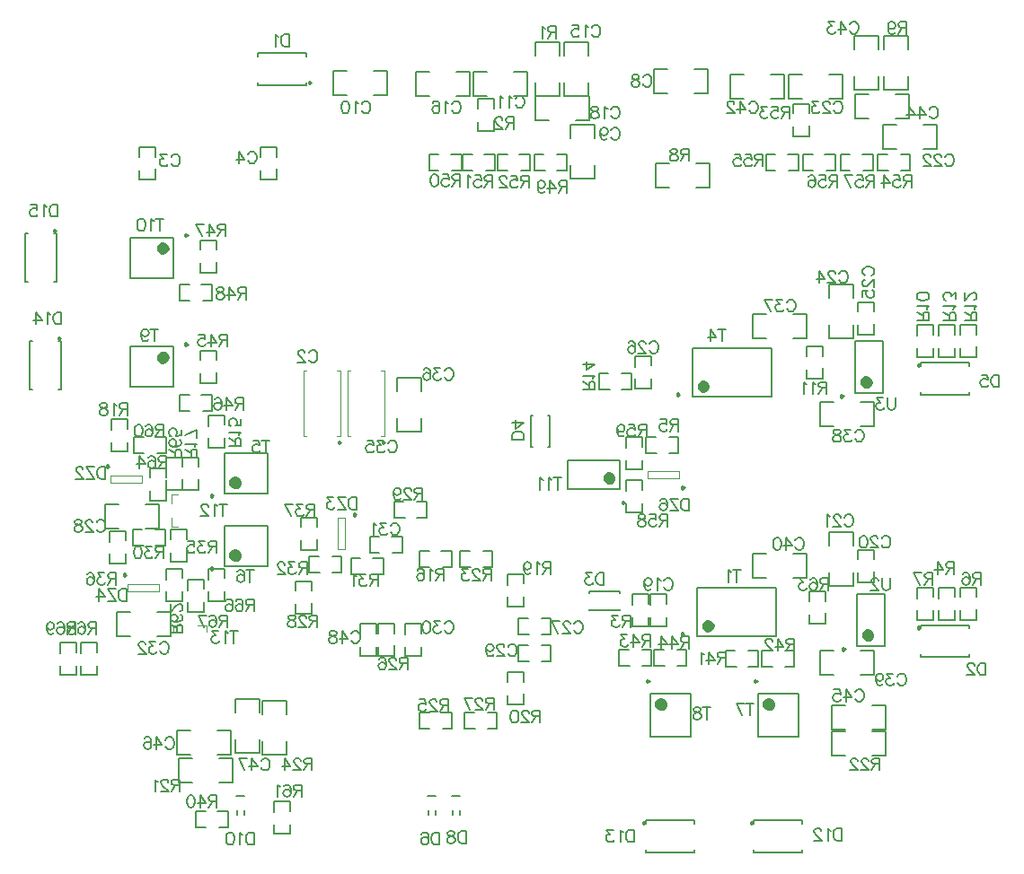
<source format=gbo>
G04 Layer_Color=32896*
%FSLAX25Y25*%
%MOIN*%
G70*
G01*
G75*
%ADD85C,0.00800*%
%ADD90C,0.00787*%
%ADD91C,0.00394*%
%ADD159C,0.00984*%
%ADD160C,0.02362*%
%ADD161C,0.00394*%
%ADD162C,0.00400*%
%ADD163C,0.00591*%
G54D85*
X203000Y193500D02*
Y199500D01*
X206500D01*
X207631Y200787D02*
X209130Y203144D01*
X208702D02*
X210630D01*
X208702D02*
X208059Y203358D01*
X207845Y203573D01*
X207631Y204001D01*
Y204430D01*
X207845Y204858D01*
X208059Y205072D01*
X208702Y205286D01*
X210630D01*
Y200787D01*
X211000Y199500D02*
X215000D01*
Y193500D01*
X211500D01*
X206500D02*
X203000D01*
X214105Y189579D02*
X214319Y190650D01*
X214747Y191293D01*
X215390Y191507D01*
X215818D01*
X216461Y191293D01*
X216890Y190650D01*
X217104Y189579D01*
Y188936D01*
X216890Y187865D01*
X216461Y187222D01*
X215818Y187008D01*
X215390D01*
X214747Y187222D01*
X214319Y187865D01*
X214105Y188936D01*
Y189579D01*
X219975Y190864D02*
X219332Y191507D01*
Y187008D01*
X221839Y187651D02*
X222267Y187222D01*
X222910Y187008D01*
X224410D01*
Y191507D01*
X222910D01*
X222267Y191293D01*
X221839Y190864D01*
X221624Y190436D01*
X221410Y189793D01*
Y188722D01*
X221624Y188079D01*
X221839Y187651D01*
X220403Y190650D02*
X219975Y190864D01*
X232000Y191000D02*
X238000D01*
Y194500D01*
X232000D02*
Y191000D01*
Y199000D02*
Y203000D01*
X238000D01*
Y199500D01*
X237906Y205367D02*
X237477Y204939D01*
X236834Y204724D01*
X236620D01*
X235977Y204939D01*
X235549Y205367D01*
X235335Y206010D01*
Y206224D01*
X235549Y206867D01*
X235977Y207295D01*
X236620Y207509D01*
X236834D01*
X237477Y207295D01*
X237906Y206867D01*
X238120Y206224D01*
X237906Y205367D01*
X238120Y206224D02*
Y207295D01*
X237906Y208366D01*
X237477Y209009D01*
X236834Y209224D01*
X236406D01*
X235763Y209009D01*
X235549Y208581D01*
X234349Y208366D02*
X233921Y208581D01*
X233278Y209224D01*
Y204724D01*
X239127D02*
X240626Y207081D01*
X240198D02*
X242126D01*
X240198D02*
X239555Y207295D01*
X239341Y207509D01*
X239127Y207938D01*
Y208366D01*
X239341Y208795D01*
X239555Y209009D01*
X240198Y209224D01*
X242126D01*
Y204724D01*
X246063Y214567D02*
Y219066D01*
X244135D01*
X243492Y218852D01*
X243278Y218637D01*
X243064Y218209D01*
Y217780D01*
X243278Y217352D01*
X243492Y217138D01*
X244135Y216924D01*
X246063D01*
X236500Y235500D02*
Y240500D01*
X227500D01*
Y235500D01*
X226500Y236000D02*
Y241000D01*
X217500D01*
Y236000D01*
X216000Y229500D02*
X211000D01*
X201000D02*
X196000D01*
Y220500D01*
X201000D01*
X201693Y219067D02*
X196693D01*
Y210067D01*
X201693D01*
X201332Y205286D02*
X201975Y205072D01*
X202403Y204430D01*
X202617Y203358D01*
Y202716D01*
X202403Y201644D01*
X201975Y201002D01*
X201332Y200787D01*
X200903D01*
X200261Y201002D01*
X199832Y201644D01*
X199618Y202716D01*
Y203358D01*
X199832Y204430D01*
X200261Y205072D01*
X200903Y205286D01*
X201332D01*
X204481D02*
X206624Y202287D01*
X203410D01*
X204481Y200787D02*
Y205286D01*
X211693Y210067D02*
X216693D01*
Y219067D01*
X211693D01*
X211000Y220500D02*
X216000D01*
Y229500D01*
X217500Y226000D02*
Y221000D01*
X226500D01*
Y226000D01*
X227500Y225500D02*
Y220500D01*
X236500D01*
Y225500D01*
X235908Y219066D02*
X238050Y216067D01*
X234837D01*
X235908Y214567D02*
Y219066D01*
X239700Y218852D02*
X239486Y218637D01*
X239272Y218209D01*
Y217780D01*
X239486Y217352D01*
X239914Y216709D01*
X242057Y214567D01*
X239057D01*
X243064D02*
X244563Y216924D01*
X241843Y217995D02*
Y218209D01*
X241628Y218637D01*
X241414Y218852D01*
X240985Y219066D01*
X240128D01*
X239700Y218852D01*
X229887Y218423D02*
X230101Y217995D01*
X230315Y217352D01*
Y216281D01*
X230101Y215638D01*
X229887Y215210D01*
X229458Y214781D01*
X229029Y214567D01*
X228173D01*
X227744Y214781D01*
X227316Y215210D01*
X227101Y215638D01*
X225837Y216067D02*
X222624D01*
X223695Y214567D02*
Y219066D01*
X225837Y216067D01*
X227101Y217995D02*
X227316Y218423D01*
X227744Y218852D01*
X228173Y219066D01*
X229029D01*
X229458Y218852D01*
X229887Y218423D01*
X221831Y219066D02*
X218832D01*
X220974Y214567D01*
X192485Y258517D02*
X192056Y258088D01*
X191628Y257874D01*
X190771D01*
X190342Y258088D01*
X189914Y258517D01*
X189700Y258945D01*
X188436Y258731D02*
X188222Y258302D01*
X188007Y258088D01*
X187365Y257874D01*
X186722D01*
X186079Y258088D01*
X185651Y258517D01*
X185436Y259159D01*
Y259588D01*
X185651Y260231D01*
X185865Y260445D01*
X186293Y260659D01*
X186936D01*
X185651Y262373D01*
X188007D01*
X189914Y261730D02*
X190342Y262159D01*
X190771Y262373D01*
X191628D01*
X192056Y262159D01*
X192485Y261730D01*
X192699Y261302D01*
X192913Y260659D01*
Y259588D01*
X192699Y258945D01*
X192485Y258517D01*
X184430Y257874D02*
X181430D01*
X182287Y260016D02*
X184430Y257874D01*
X208885Y262454D02*
X209313Y262025D01*
X209956Y261811D01*
X210598D01*
X211241Y262025D01*
X211455Y262240D01*
X211670Y262668D01*
X208885Y262454D02*
X208670Y263096D01*
Y263525D01*
X208885Y264168D01*
X209099Y264382D01*
X209527Y264596D01*
X210170D01*
X208885Y266310D01*
X211241D01*
X211568Y267717D02*
X213067Y270073D01*
X212639D02*
X214567D01*
Y272216D02*
Y267717D01*
X214541Y265667D02*
X213898Y266310D01*
Y261811D01*
X212639Y270073D02*
X211996Y270287D01*
X211782Y270502D01*
X211568Y270930D01*
Y271359D01*
X211782Y271787D01*
X211996Y272001D01*
X212639Y272216D01*
X214567D01*
X214490Y273836D02*
X214062Y274265D01*
X213847Y274907D01*
Y275122D01*
X214062Y275764D01*
X214490Y276193D01*
X215133Y276407D01*
X215347D01*
X215990Y276193D01*
X216418Y275764D01*
X216633Y275122D01*
X216418Y274265D01*
X215990Y273836D01*
X215347Y273622D01*
X215133D01*
X214490Y273836D01*
X216633Y275122D02*
Y276193D01*
X216418Y277264D01*
X215990Y277907D01*
X215347Y278121D01*
X214919D01*
X214276Y277907D01*
X214062Y277478D01*
X213630Y277465D02*
Y280965D01*
Y277465D02*
X207630D01*
Y280965D01*
X205756Y282028D02*
Y285528D01*
X199756D01*
Y281528D01*
Y277028D02*
Y273528D01*
X205756D01*
Y277028D01*
X207630Y285465D02*
Y289465D01*
X213630D01*
Y285965D01*
X209918Y272001D02*
X210346Y271359D01*
X210561Y270287D01*
Y269216D01*
X210346Y268359D01*
X209918Y267931D01*
X209275Y267717D01*
X209061D01*
X208418Y267931D01*
X207990Y268359D01*
X207775Y269002D01*
Y269216D01*
X207990Y269859D01*
X208418Y270287D01*
X209061Y270502D01*
X209275D01*
X209918Y270287D01*
X210346Y269859D01*
X210561Y269216D01*
X209918Y272001D02*
X209275Y272216D01*
X208847D01*
X208204Y272001D01*
X207990Y271573D01*
X206790Y272216D02*
X203791D01*
X205933Y267717D01*
X214541Y265667D02*
X214969Y265453D01*
X215505Y266310D02*
X218504D01*
X217004D02*
Y261811D01*
X218261Y273836D02*
X217832Y274265D01*
X217618Y274907D01*
Y275122D01*
X217832Y275764D01*
X218261Y276193D01*
X218903Y276407D01*
X219118D01*
X219760Y276193D01*
X220189Y275764D01*
X220403Y275122D01*
X220189Y274265D01*
X219760Y273836D01*
X219118Y273622D01*
X218903D01*
X218261Y273836D01*
X221410Y273622D02*
X222910Y275979D01*
X222481D02*
X224410D01*
X222481D02*
X221839Y276193D01*
X221624Y276407D01*
X221410Y276836D01*
Y277264D01*
X221624Y277693D01*
X221839Y277907D01*
X222481Y278121D01*
X224410D01*
Y273622D01*
X220403Y275122D02*
Y276193D01*
X220189Y277264D01*
X219760Y277907D01*
X219118Y278121D01*
X218689D01*
X218046Y277907D01*
X217832Y277478D01*
X218823Y284714D02*
X218394Y285143D01*
X218180Y285785D01*
Y286000D01*
X218394Y286642D01*
X218823Y287071D01*
X219465Y287285D01*
X219680D01*
X220322Y287071D01*
X220751Y286642D01*
X220965Y286000D01*
X220751Y285143D01*
X220322Y284714D01*
X219680Y284500D01*
X219465D01*
X218823Y284714D01*
X220965Y286000D02*
Y287071D01*
X220751Y288142D01*
X220322Y288785D01*
X219680Y288999D01*
X219251D01*
X218608Y288785D01*
X218394Y288356D01*
X221501Y288999D02*
X224500D01*
X223000D02*
Y284500D01*
X237448Y272001D02*
X238091Y272216D01*
X238948D01*
X239591Y272001D01*
X239805Y271573D01*
Y271144D01*
X239591Y270716D01*
X239162Y270502D01*
X238305Y270287D01*
X237662Y270073D01*
X237234Y269645D01*
X237020Y269216D01*
Y268573D01*
X237234Y268145D01*
X237448Y267931D01*
X238091Y267717D01*
X238948D01*
X239591Y267931D01*
X239805Y268145D01*
X240019Y268573D01*
Y269216D01*
X239805Y269645D01*
X239376Y270073D01*
X238734Y270287D01*
X237877Y270502D01*
X237448Y270716D01*
X237234Y271144D01*
Y271573D01*
X237448Y272001D01*
X240000Y272847D02*
X246000D01*
Y276847D01*
Y281347D02*
Y284846D01*
X240000D01*
Y281347D01*
Y276346D02*
Y272847D01*
X241669Y272001D02*
X241454Y271787D01*
X241240Y271359D01*
Y270930D01*
X241454Y270502D01*
X241883Y269859D01*
X244025Y267717D01*
X241026D01*
X241669Y272001D02*
X242097Y272216D01*
X242954D01*
X243383Y272001D01*
X243597Y271787D01*
X243811Y271359D01*
Y271144D01*
X245032Y271359D02*
Y270930D01*
X245246Y270502D01*
X245461Y270287D01*
X246103Y270073D01*
X248031D01*
X246532D02*
X245032Y267717D01*
X248031D02*
Y272216D01*
X246103D01*
X245461Y272001D01*
X245246Y271787D01*
X245032Y271359D01*
X252725Y266096D02*
X253367Y266310D01*
X254224D01*
X254867Y266096D01*
X255081Y265667D01*
Y265239D01*
X254867Y264810D01*
X254439Y264596D01*
X253582Y264382D01*
X252939Y264168D01*
X252510Y263739D01*
X252296Y263311D01*
Y262668D01*
X252510Y262240D01*
X252725Y262025D01*
X253367Y261811D01*
X254224D01*
X254867Y262025D01*
X255081Y262240D01*
X255296Y262668D01*
Y263311D01*
X255081Y263739D01*
X254653Y264168D01*
X254010Y264382D01*
X253153Y264596D01*
X252725Y264810D01*
X252510Y265239D01*
Y265667D01*
X252725Y266096D01*
X257159Y266310D02*
X259302Y263311D01*
X256088D01*
X257159Y261811D02*
Y266310D01*
X264000Y257000D02*
Y260500D01*
X263351Y262454D02*
X262923Y262025D01*
X262494Y261811D01*
X261637D01*
X261209Y262025D01*
X260780Y262454D01*
X260566Y262882D01*
Y265239D02*
X260780Y265667D01*
X261209Y266096D01*
X261637Y266310D01*
X262494D01*
X262923Y266096D01*
X263351Y265667D01*
X263565Y265239D01*
X263779Y264596D01*
Y263525D01*
X263565Y262882D01*
X263351Y262454D01*
X264000Y265000D02*
Y269000D01*
X270000D01*
Y265500D01*
X270654D02*
Y269000D01*
X276654D01*
Y265500D01*
X280654Y265000D02*
Y269000D01*
X286653D01*
Y265500D01*
X287660Y265714D02*
X287231Y266357D01*
X287017Y267428D01*
Y268071D01*
X287231Y269142D01*
X287660Y269785D01*
X288302Y269999D01*
X288731D01*
X289373Y269785D01*
X289802Y269142D01*
X290016Y268071D01*
Y267428D01*
X289802Y266357D01*
X289373Y265714D01*
X288731Y265500D01*
X288302D01*
X287660Y265714D01*
X286653Y260500D02*
Y257000D01*
X280654D01*
Y260500D01*
X276654Y261000D02*
Y257000D01*
X270654D01*
Y260500D01*
X270000D02*
Y257000D01*
X264000D01*
X271127Y256253D02*
X271770Y256468D01*
X272198D01*
X272841Y256253D01*
X273269Y255611D01*
X273483Y254539D01*
Y253468D01*
X273269Y252611D01*
X272841Y252183D01*
X272198Y251969D01*
X271984D01*
X271341Y252183D01*
X270913Y252611D01*
X270698Y253254D01*
Y253468D01*
X270913Y254111D01*
X271341Y254539D01*
X271984Y254754D01*
X272198D01*
X272841Y254539D01*
X273269Y254111D01*
X273483Y253468D01*
X275347Y254111D02*
X277490Y251969D01*
X274490D01*
X275347Y254111D02*
X274919Y254754D01*
X274705Y255182D01*
Y255611D01*
X274919Y256039D01*
X275133Y256253D01*
X275562Y256468D01*
X276419D01*
X276847Y256253D01*
X277061Y256039D01*
X277275Y255611D01*
Y255396D01*
X278497Y255611D02*
Y255182D01*
X278711Y254754D01*
X278925Y254539D01*
X279568Y254325D01*
X281496D01*
X279996D02*
X278497Y251969D01*
X281496D02*
Y256468D01*
X279568D01*
X278925Y256253D01*
X278711Y256039D01*
X278497Y255611D01*
X285917Y240999D02*
X288059D01*
X288273Y239071D01*
X288059Y239285D01*
X287416Y239499D01*
X286773D01*
X286131Y239285D01*
X285702Y238857D01*
X285488Y238214D01*
Y237785D01*
X285702Y237143D01*
X286131Y236714D01*
X286773Y236500D01*
X287416D01*
X288059Y236714D01*
X288273Y236929D01*
X288487Y237357D01*
X289494Y236500D02*
X292494D01*
X290351Y238642D01*
X289923Y239285D01*
X289709Y239714D01*
Y240142D01*
X289923Y240571D01*
X290137Y240785D01*
X290566Y240999D01*
X291423D01*
X291851Y240785D01*
X292065Y240571D01*
X292280Y240142D01*
Y239928D01*
X293501Y240142D02*
Y239714D01*
X293715Y239285D01*
X293929Y239071D01*
X294572Y238857D01*
X296500D01*
X295000D02*
X293501Y236500D01*
X294000Y236000D02*
X298000D01*
Y230000D01*
X294500D01*
X302654D02*
X306653D01*
X311154D02*
X314653D01*
Y236000D01*
X311154D01*
X310501Y237000D02*
X312000Y239357D01*
X311572D02*
X313500D01*
X311572D02*
X310929Y239571D01*
X310715Y239785D01*
X310501Y240214D01*
Y240642D01*
X310715Y241071D01*
X310929Y241285D01*
X311572Y241499D01*
X313500D01*
Y237000D01*
X309494D02*
X306494D01*
X306153Y236000D02*
X302654D01*
Y230000D01*
X304630Y237000D02*
X302488Y241499D01*
X305487D01*
X296500Y240999D02*
Y236500D01*
Y240999D02*
X294572D01*
X293929Y240785D01*
X293715Y240571D01*
X293501Y240142D01*
X306709Y240214D02*
X306923Y239785D01*
X307351Y239142D01*
X309494Y237000D01*
X309279Y240428D02*
Y240642D01*
X309065Y241071D01*
X308851Y241285D01*
X308422Y241499D01*
X307566D01*
X307137Y241285D01*
X306923Y241071D01*
X306709Y240642D01*
Y240214D01*
X318500Y239000D02*
X324500D01*
Y243000D01*
X324774Y236783D02*
X324346Y236568D01*
X324131Y236354D01*
X323917Y235926D01*
Y235497D01*
X324131Y235069D01*
X324560Y234426D01*
X326702Y232283D01*
X323703D01*
X322053Y232498D02*
X321411Y232283D01*
X320982D01*
X320339Y232498D01*
X319911Y233140D01*
X319697Y234212D01*
Y234854D01*
X319911Y235926D01*
X320339Y236568D01*
X320982Y236783D01*
X321411D01*
X322053Y236568D01*
X322482Y235926D01*
X322696Y234854D01*
Y234212D01*
X322482Y233140D01*
X322053Y232498D01*
X327709Y232283D02*
X329209Y234640D01*
X328781D02*
X330709D01*
X328781D02*
X328138Y234854D01*
X327923Y235069D01*
X327709Y235497D01*
Y235926D01*
X327923Y236354D01*
X328138Y236568D01*
X328781Y236783D01*
X330709D01*
Y232283D01*
X326488Y235711D02*
Y235926D01*
X326274Y236354D01*
X326060Y236568D01*
X325631Y236783D01*
X324774D01*
X324500Y247500D02*
Y251000D01*
X318500D01*
Y247500D01*
X317522Y257000D02*
X314523D01*
X313088Y257214D02*
X313302Y257643D01*
X313088Y257214D02*
X312445Y257000D01*
X312016D01*
X311374Y257214D01*
X310945Y257857D01*
X310731Y258928D01*
Y259999D01*
X310945Y259357D01*
X311374Y258928D01*
X312016Y258714D01*
X312231D01*
X312873Y258928D01*
X313302Y259357D01*
X313516Y259999D01*
Y260214D01*
X313302Y260856D01*
X312873Y261285D01*
X312231Y261499D01*
X312016D01*
X311374Y261285D01*
X310945Y260856D01*
X310731Y259999D01*
X314951Y259785D02*
X315380Y259142D01*
X317522Y257000D01*
X319429Y257214D02*
X319001Y257643D01*
X318786Y258071D01*
X319429Y257214D02*
X319858Y257000D01*
X320715D01*
X321143Y257214D01*
X321571Y257643D01*
X321786Y258071D01*
X322000Y258714D01*
Y259785D01*
X321786Y260428D01*
X321571Y260856D01*
X321143Y261285D01*
X320715Y261499D01*
X319858D01*
X319429Y261285D01*
X319001Y260856D01*
X318786Y260428D01*
X317308D02*
Y260642D01*
X317094Y261071D01*
X316880Y261285D01*
X316451Y261499D01*
X315594D01*
X315166Y261285D01*
X314951Y261071D01*
X314737Y260642D01*
Y260214D01*
X314951Y259785D01*
X318500Y242500D02*
Y239000D01*
X322654Y255000D02*
Y261000D01*
X326153D01*
X326654Y265000D02*
X322654D01*
Y271000D01*
X326153D01*
X331153D02*
X334653D01*
Y265000D01*
X331153D01*
Y261000D02*
X334653D01*
Y255000D01*
X331153D01*
X326654D02*
X322654D01*
X337159Y265500D02*
X335017Y269999D01*
X338016D01*
X339666Y269785D02*
X339452Y269571D01*
X339237Y269142D01*
Y268714D01*
X339452Y268285D01*
X339880Y267642D01*
X342022Y265500D01*
X339023D01*
X339666Y269785D02*
X340094Y269999D01*
X340951D01*
X341380Y269785D01*
X341594Y269571D01*
X341808Y269142D01*
Y268928D01*
X343286D02*
X343501Y269356D01*
X343929Y269785D01*
X344358Y269999D01*
X345215D01*
X345643Y269785D01*
X346072Y269356D01*
X346286Y268928D01*
X346500Y268285D01*
Y267214D01*
X346286Y266571D01*
X346072Y266143D01*
X345643Y265714D01*
X345215Y265500D01*
X344358D01*
X343929Y265714D01*
X343501Y266143D01*
X343286Y266571D01*
X360000Y259500D02*
X363500D01*
X360000D02*
Y253500D01*
X364000D01*
X368500D02*
X372000D01*
Y259500D01*
X368500D01*
X373000D02*
X376500D01*
X375672Y259842D02*
Y264342D01*
X377814Y261342D01*
X374601D01*
X371500Y260500D02*
Y264999D01*
X369572D01*
X368929Y264785D01*
X368715Y264571D01*
X368501Y264142D01*
Y263714D01*
X368715Y263285D01*
X368929Y263071D01*
X369572Y262857D01*
X371500D01*
X370000D02*
X368501Y260500D01*
X367494Y262000D02*
X364280D01*
X363487Y261357D02*
X363273Y260929D01*
X363059Y260714D01*
X362416Y260500D01*
X361773D01*
X361131Y260714D01*
X360702Y261143D01*
X360488Y261785D01*
Y262214D01*
X360702Y262857D01*
X360917Y263071D01*
X361345Y263285D01*
X361988D01*
X360702Y264999D01*
X363059D01*
X365351D02*
X367494Y262000D01*
X371000Y268000D02*
Y271500D01*
X371500D02*
Y268000D01*
X377500D01*
Y271500D01*
X379678Y264342D02*
X381821Y261342D01*
X378607D01*
X379678Y264342D02*
Y259842D01*
X381500Y259500D02*
X385000D01*
Y253500D01*
X381500D01*
X377000D02*
X373000D01*
Y259500D01*
X387894Y237785D02*
X388537Y237999D01*
X389394D01*
X390037Y237785D01*
X390251Y237356D01*
Y236928D01*
X390037Y236499D01*
X389608Y236285D01*
X388751Y236071D01*
X388108Y235857D01*
X387680Y235428D01*
X387466Y235000D01*
Y234357D01*
X387680Y233928D01*
X387894Y233714D01*
X388537Y233500D01*
X389394D01*
X390037Y233714D01*
X390251Y233928D01*
X390465Y234357D01*
Y235000D01*
X390251Y235428D01*
X389822Y235857D01*
X389180Y236071D01*
X388323Y236285D01*
X387894Y236499D01*
X387680Y236928D01*
Y237356D01*
X387894Y237785D01*
X391001Y237999D02*
X394000D01*
X392500D02*
Y233500D01*
X405608Y235000D02*
X403466Y239499D01*
X406465D01*
X407001D02*
X410000D01*
X408500D02*
Y235000D01*
X417000Y253000D02*
X413000D01*
Y259000D01*
X416500D01*
X416987D02*
X413988D01*
X416987D02*
X414845Y261142D01*
X414417Y261785D01*
X414202Y262214D01*
Y262642D01*
X414417Y263071D01*
X414631Y263285D01*
X415059Y263499D01*
X415916D01*
X416345Y263285D01*
X416559Y263071D01*
X416773Y262642D01*
Y262428D01*
X417780Y260500D02*
X420994D01*
X418851Y263499D01*
Y259000D01*
X421500D02*
X425000D01*
Y253000D01*
X421500D01*
X422001Y259000D02*
X423500Y261357D01*
X423072D02*
X425000D01*
X423072D02*
X422429Y261571D01*
X422215Y261785D01*
X422001Y262214D01*
Y262642D01*
X422215Y263071D01*
X422429Y263285D01*
X423072Y263499D01*
X425000D01*
Y259000D01*
X439733Y244656D02*
X441875D01*
X442089Y242728D01*
X441875Y242943D01*
X441232Y243157D01*
X440590D01*
X439947Y242943D01*
X439518Y242514D01*
X439304Y241871D01*
Y241443D01*
X439518Y240800D01*
X439947Y240372D01*
X440590Y240158D01*
X441232D01*
X441875Y240372D01*
X442089Y240586D01*
X442304Y241014D01*
X443096Y241657D02*
X446310D01*
X444167Y244656D01*
Y240158D01*
X443819Y238752D02*
X438819D01*
Y229752D01*
X443819D01*
X453819D02*
X458819D01*
Y238752D01*
X453819D01*
X450359Y240800D02*
X449930Y240372D01*
X449502Y240158D01*
X448645D01*
X448216Y240372D01*
X447788Y240800D01*
X447574Y241229D01*
Y243585D02*
X447788Y244014D01*
X448216Y244442D01*
X448645Y244656D01*
X449502D01*
X449930Y244442D01*
X450359Y244014D01*
X450573Y243585D01*
X450787Y242943D01*
Y241871D01*
X450573Y241229D01*
X450359Y240800D01*
X453819Y228909D02*
X458819D01*
Y219910D01*
X453819D01*
X454122Y218852D02*
X453908Y218637D01*
X453693Y218209D01*
Y217780D01*
X453908Y217352D01*
X454122Y217138D01*
X454765Y216924D01*
X456693D01*
X455193D02*
X453693Y214567D01*
X452687D02*
X449687D01*
X448680D02*
X445681D01*
X446538Y216709D02*
X448680Y214567D01*
X448466Y217995D02*
Y218209D01*
X448252Y218637D01*
X448038Y218852D01*
X447609Y219066D01*
X446752D01*
X446324Y218852D01*
X446109Y218637D01*
X445895Y218209D01*
Y217780D01*
X446109Y217352D01*
X446538Y216709D01*
X450544D02*
X452687Y214567D01*
X452472Y217995D02*
Y218209D01*
X452258Y218637D01*
X452044Y218852D01*
X451615Y219066D01*
X450759D01*
X450330Y218852D01*
X450116Y218637D01*
X449901Y218209D01*
Y217780D01*
X450116Y217352D01*
X450544Y216709D01*
X454122Y218852D02*
X454765Y219066D01*
X456693D01*
Y214567D01*
X443819Y219910D02*
X438819D01*
Y228909D01*
X443819D01*
X442500Y192999D02*
Y188500D01*
X441000D01*
X440358Y188714D01*
X439929Y189143D01*
X439715Y189571D01*
X439501Y190214D01*
Y191285D01*
X439715Y191928D01*
X439929Y192356D01*
X440358Y192785D01*
X441000Y192999D01*
X442500D01*
X438494Y192142D02*
X438065Y192356D01*
X437423Y192999D01*
Y188500D01*
X435194D02*
X432195D01*
X433052Y190642D02*
X435194Y188500D01*
X434980Y191928D02*
Y192142D01*
X434766Y192571D01*
X434552Y192785D01*
X434123Y192999D01*
X433266D01*
X432838Y192785D01*
X432623Y192571D01*
X432409Y192142D01*
Y191714D01*
X432623Y191285D01*
X433052Y190642D01*
X489914Y252142D02*
X492057Y250000D01*
X489057D01*
X489486Y252785D02*
X489914Y252142D01*
X489700Y254285D02*
X489486Y254071D01*
X489272Y253642D01*
Y253214D01*
X489486Y252785D01*
X489700Y254285D02*
X490129Y254499D01*
X490985D01*
X491414Y254285D01*
X491628Y254071D01*
X491843Y253642D01*
Y253428D01*
X493278D02*
X493064Y252785D01*
Y251714D01*
X493278Y251071D01*
X493492Y250643D01*
X493921Y250214D01*
X494563Y250000D01*
X496063D01*
Y254499D01*
X494563D01*
X493921Y254285D01*
X493492Y253856D01*
X493278Y253428D01*
X492500Y270500D02*
Y274500D01*
Y270500D02*
X486500D01*
Y274000D01*
X484500D02*
Y270500D01*
X478500D01*
Y274000D01*
X476500D02*
Y270500D01*
X470500D01*
Y274000D01*
X465679Y250348D02*
X466107Y249919D01*
X466321Y249491D01*
X466535Y248848D01*
Y247777D01*
X466321Y247134D01*
X466107Y246706D01*
X465679Y246277D01*
X465250Y246063D01*
X464393D01*
X463965Y246277D01*
X463536Y246706D01*
X463322Y247134D01*
X462058Y246920D02*
X461844Y246492D01*
X461629Y246277D01*
X460987Y246063D01*
X460344D01*
X459701Y246277D01*
X459273Y246706D01*
X459059Y247348D01*
Y247777D01*
X459273Y248420D01*
X459487Y248634D01*
X459915Y248848D01*
X460558D01*
X459273Y250562D01*
X461629D01*
X463536Y249919D02*
X463965Y250348D01*
X464393Y250562D01*
X465250D01*
X465679Y250348D01*
X463536Y249919D02*
X463322Y249491D01*
X458051Y249277D02*
X457837Y249919D01*
X457409Y250348D01*
X456766Y250562D01*
X456552D01*
X455909Y250348D01*
X455481Y249919D01*
X455266Y249062D01*
X455481Y248420D01*
X455909Y247991D01*
X456552Y247777D01*
X456766D01*
X457409Y247991D01*
X457837Y248420D01*
X458051Y249062D01*
Y249277D01*
X457837Y246706D02*
X457623Y246277D01*
X456980Y246063D01*
X456552D01*
X455909Y246277D01*
X455481Y246920D01*
X455266Y247991D01*
Y249062D01*
X454500Y250000D02*
Y259000D01*
X449500D01*
Y250000D02*
X454500D01*
X436500Y269000D02*
Y273000D01*
Y269000D02*
X430500D01*
Y272500D01*
X434500Y259000D02*
X439500D01*
X434500D02*
Y250000D01*
X439500D01*
X459344Y281496D02*
X458916D01*
X458273Y281710D01*
X457845Y282139D01*
X457631Y282782D01*
Y285995D01*
X455960Y285567D02*
X455745Y285781D01*
X455317Y285995D01*
X454460D01*
X454031Y285781D01*
X453817Y285567D01*
X453603Y285138D01*
Y284710D01*
X453817Y284281D01*
X454246Y283639D01*
X456388Y281496D01*
X453389D01*
X454500Y284500D02*
Y288500D01*
Y284500D02*
X448500D01*
Y288000D01*
X447000D02*
Y283000D01*
X438000D01*
Y288000D01*
X437500Y285999D02*
Y281500D01*
X436500Y281000D02*
Y277500D01*
Y281000D02*
X430500D01*
Y277500D01*
X431351Y281714D02*
X430923Y282143D01*
X430709Y282785D01*
Y283000D01*
X430923Y283642D01*
X431351Y284071D01*
X431994Y284285D01*
X432208D01*
X432851Y284071D01*
X433280Y283642D01*
X433494Y283000D01*
X433280Y282143D01*
X432851Y281714D01*
X432208Y281500D01*
X431994D01*
X431351Y281714D01*
X429295D02*
X429509Y281928D01*
X429723Y282357D01*
X429295Y281714D02*
X428652Y281500D01*
X428009D01*
X427366Y281714D01*
X426938Y282143D01*
X426724Y282785D01*
Y283214D01*
X426938Y283857D01*
X427152Y284071D01*
X427581Y284285D01*
X428223D01*
X426938Y285999D01*
X429295D01*
X429500Y286000D02*
Y295000D01*
X424500D01*
X426029Y296714D02*
X425601Y297143D01*
X425386Y297571D01*
X426029Y296714D02*
X426458Y296500D01*
X427315D01*
X427743Y296714D01*
X428171Y297143D01*
X428386Y297571D01*
X428600Y298214D01*
Y299285D01*
X428386Y299928D01*
X428171Y300356D01*
X427743Y300785D01*
X427315Y300999D01*
X426458D01*
X426029Y300785D01*
X425601Y300356D01*
X425386Y299928D01*
X424122Y298000D02*
X420909D01*
X420116Y298428D02*
X419902Y297357D01*
X419473Y296714D01*
X418831Y296500D01*
X418402D01*
X417760Y296714D01*
X417331Y297357D01*
X417117Y298428D01*
Y299071D01*
X417331Y300142D01*
X417760Y300785D01*
X418402Y300999D01*
X418831D01*
X419473Y300785D01*
X419902Y300142D01*
X420116Y299071D01*
Y298428D01*
X421980Y296500D02*
Y300999D01*
X424122Y298000D01*
X414500Y295000D02*
X409500D01*
Y286000D01*
X414500D01*
X424500D02*
X429500D01*
X431137Y285785D02*
X431780Y285999D01*
X432208D01*
X432851Y285785D01*
X433280Y285142D01*
X433494Y284071D01*
Y283000D01*
X434715Y284285D02*
X434929Y284071D01*
X435572Y283857D01*
X437500D01*
X436000D02*
X434501Y281500D01*
X434715Y284285D02*
X434501Y284714D01*
Y285142D01*
X434715Y285571D01*
X434929Y285785D01*
X435572Y285999D01*
X437500D01*
X431137Y285785D02*
X430923Y285356D01*
X455960Y285567D02*
X456174Y285138D01*
Y284924D01*
X460630Y285995D02*
Y282782D01*
X460416Y282139D01*
X459987Y281710D01*
X459344Y281496D01*
X470500Y282500D02*
X476500D01*
Y279000D01*
X478500Y278500D02*
Y282500D01*
X484500D01*
Y279000D01*
X486500D02*
Y282500D01*
X492500D01*
Y279000D01*
X491095Y283465D02*
X492595Y285821D01*
X492166D02*
X494095D01*
X492166D02*
X491524Y286035D01*
X491309Y286250D01*
X491095Y286678D01*
Y287107D01*
X491309Y287535D01*
X491524Y287749D01*
X492166Y287964D01*
X494095D01*
Y283465D01*
X489874Y284107D02*
X489445Y283679D01*
X488803Y283465D01*
X488588D01*
X487946Y283679D01*
X487517Y284107D01*
X487303Y284750D01*
Y284964D01*
X487517Y285607D01*
X487946Y286035D01*
X488588Y286250D01*
X488803D01*
X489445Y286035D01*
X489874Y285607D01*
X490088Y284964D01*
X489874Y284107D01*
X490088Y284964D02*
Y286035D01*
X489874Y287107D01*
X489445Y287749D01*
X488803Y287964D01*
X488374D01*
X487732Y287749D01*
X487517Y287321D01*
X484252Y287402D02*
Y291901D01*
X482324D01*
X481681Y291686D01*
X481467Y291472D01*
X481253Y291044D01*
Y290615D01*
X481467Y290187D01*
X481681Y289972D01*
X482324Y289758D01*
X484252D01*
X482752D02*
X481253Y287402D01*
X480246Y288901D02*
X477032D01*
X476378Y287964D02*
Y283465D01*
Y285821D02*
X474450D01*
X473807Y286035D01*
X473593Y286250D01*
X473379Y286678D01*
Y287107D01*
X473593Y287535D01*
X473807Y287749D01*
X474450Y287964D01*
X476378D01*
X478103Y287402D02*
Y291901D01*
X480246Y288901D01*
X474878Y285821D02*
X473379Y283465D01*
X471515D02*
X469372Y287964D01*
X472372D01*
X470500Y282500D02*
Y278500D01*
X460201Y297887D02*
X459773Y297458D01*
X459344Y297244D01*
X458488D01*
X458059Y297458D01*
X457631Y297887D01*
X457416Y298315D01*
X456152Y297244D02*
X453153D01*
X451503Y297458D02*
X450861Y297244D01*
X450432D01*
X449789Y297458D01*
X449361Y298101D01*
X449147Y299172D01*
Y299815D01*
X449361Y300886D01*
X449789Y301529D01*
X450432Y301743D01*
X450861D01*
X451503Y301529D01*
X451932Y300886D01*
X452146Y299815D01*
Y299172D01*
X451932Y298101D01*
X451503Y297458D01*
X454500Y296500D02*
X448500D01*
Y293000D01*
X454500D02*
Y296500D01*
X456152Y297244D02*
X454010Y299387D01*
X453581Y300029D01*
X453367Y300458D01*
Y300886D01*
X453581Y301315D01*
X453796Y301529D01*
X454224Y301743D01*
X455081D01*
X455510Y301529D01*
X455724Y301315D01*
X455938Y300886D01*
Y300672D01*
X457416D02*
X457631Y301100D01*
X458059Y301529D01*
X458488Y301743D01*
X459344D01*
X459773Y301529D01*
X460201Y301100D01*
X460416Y300672D01*
X460630Y300029D01*
Y298958D01*
X460416Y298315D01*
X460201Y297887D01*
X446636Y306189D02*
X446422Y305761D01*
X445993Y305332D01*
X445565Y305118D01*
X444708D01*
X444279Y305332D01*
X443851Y305761D01*
X443637Y306189D01*
Y308546D02*
X443851Y308974D01*
X444279Y309403D01*
X444708Y309617D01*
X445565D01*
X445993Y309403D01*
X446422Y308974D01*
X446636Y308546D01*
X446850Y307903D01*
Y306832D01*
X446636Y306189D01*
X447000Y303000D02*
Y298000D01*
Y303000D02*
X438000D01*
Y298000D01*
X437295Y305118D02*
Y309617D01*
X437938Y308974D01*
X438367Y308760D01*
X439588D02*
Y308332D01*
X439802Y307903D01*
X440230Y307260D01*
X442373Y305118D01*
X439373D01*
X439588Y308760D02*
X439802Y309189D01*
X440016Y309403D01*
X440445Y309617D01*
X441302D01*
X441730Y309403D01*
X441944Y309189D01*
X442159Y308760D01*
Y308546D01*
X460242Y348639D02*
X459813Y349068D01*
X459599Y349711D01*
Y352924D01*
X462598D02*
Y349711D01*
X462384Y349068D01*
X461956Y348639D01*
X461313Y348425D01*
X460885D01*
X460242Y348639D01*
X457928Y352924D02*
X455571D01*
X456857Y351210D01*
X456214D01*
X455786Y350996D01*
X455571Y350782D01*
X455357Y350139D01*
Y349711D01*
X455571Y349068D01*
X456000Y348639D01*
X456643Y348425D01*
X457285D01*
X457928Y348639D01*
X458142Y348854D01*
X458357Y349282D01*
X454500Y351500D02*
X449500D01*
X454500D02*
Y342500D01*
X449500D01*
X449502Y341113D02*
X449930Y340899D01*
X450359Y340471D01*
X450573Y340042D01*
X450787Y339399D01*
Y338328D01*
X450573Y337685D01*
X450359Y337257D01*
X449930Y336828D01*
X449502Y336614D01*
X448645D01*
X448216Y336828D01*
X447788Y337257D01*
X447574Y337685D01*
X446310Y337471D02*
X446096Y337043D01*
X445881Y336828D01*
X445239Y336614D01*
X444596D01*
X443953Y336828D01*
X443525Y337257D01*
X443310Y337900D01*
Y338328D01*
X443525Y338971D01*
X443739Y339185D01*
X444167Y339399D01*
X444810D01*
X443525Y341113D01*
X445881D01*
X447788Y340471D02*
X448216Y340899D01*
X448645Y341113D01*
X449502D01*
X447788Y340471D02*
X447574Y340042D01*
X437008Y354331D02*
Y358830D01*
X435080D01*
X434437Y358615D01*
X434223Y358401D01*
X434009Y357973D01*
Y357544D01*
X434223Y357116D01*
X434437Y356902D01*
X435080Y356687D01*
X437008D01*
X435508D02*
X434009Y354331D01*
X431930D02*
Y358830D01*
X432573Y358187D01*
X433002Y357973D01*
X429702D02*
X429274Y358187D01*
X428631Y358830D01*
Y354331D01*
X429517Y360000D02*
X435517D01*
Y364000D01*
X429517Y363500D02*
Y360000D01*
X434500Y351500D02*
X439500D01*
X434500D02*
Y342500D01*
X439500D01*
X439733Y340899D02*
X440375Y341113D01*
X441232D01*
X441875Y340899D01*
X442089Y340471D01*
Y340042D01*
X441875Y339614D01*
X441447Y339399D01*
X440590Y339185D01*
X439947Y338971D01*
X439518Y338542D01*
X439304Y338114D01*
Y337471D01*
X439518Y337043D01*
X439733Y336828D01*
X440375Y336614D01*
X441232D01*
X441875Y336828D01*
X442089Y337043D01*
X442304Y337471D01*
Y338114D01*
X442089Y338542D01*
X441661Y338971D01*
X441018Y339185D01*
X440161Y339399D01*
X439733Y339614D01*
X439518Y340042D01*
Y340471D01*
X439733Y340899D01*
X470517Y368000D02*
Y371500D01*
Y368000D02*
X476517D01*
Y371500D01*
X478517D02*
Y368000D01*
X484517D01*
Y371500D01*
X486517D02*
Y368000D01*
X492517D01*
Y372000D01*
Y376500D02*
Y380000D01*
X486517D01*
Y376500D01*
X484517D02*
Y380000D01*
X478517D01*
Y376000D01*
X476517Y376500D02*
Y380000D01*
X470517D01*
Y376000D01*
X470472Y381890D02*
X474971D01*
Y383818D01*
X474757Y384461D01*
X474543Y384675D01*
X474115Y384889D01*
X473686D01*
X473258Y384675D01*
X473043Y384461D01*
X472829Y383818D01*
Y381890D01*
X480315D02*
X484814D01*
Y383818D01*
X484600Y384461D01*
X484385Y384675D01*
X483957Y384889D01*
X483529D01*
X483100Y384675D01*
X482886Y384461D01*
X482672Y383818D01*
Y381890D01*
X488189D02*
X492688D01*
Y383818D01*
X492474Y384461D01*
X492260Y384675D01*
X491831Y384889D01*
X491403D01*
X490974Y384675D01*
X490760Y384461D01*
X490546Y383818D01*
Y381890D01*
X494440Y361499D02*
X496582D01*
X496796Y359571D01*
X496582Y359785D01*
X495939Y359999D01*
X495296D01*
X494654Y359785D01*
X494225Y359357D01*
X494011Y358714D01*
Y358285D01*
X494225Y357643D01*
X494654Y357214D01*
X495296Y357000D01*
X495939D01*
X496582Y357214D01*
X496796Y357429D01*
X497011Y357857D01*
X498232Y358071D02*
X498446Y357643D01*
X498874Y357214D01*
X499517Y357000D01*
X501017D01*
Y361499D01*
X499517D01*
X498874Y361285D01*
X498446Y360856D01*
X498232Y360428D01*
X498017Y359785D01*
Y358714D01*
X498232Y358071D01*
X490546Y383389D02*
X488189Y384889D01*
Y386967D02*
X492688D01*
X492045Y386325D01*
X491831Y385896D01*
Y389410D02*
X492260Y389624D01*
X492474Y389838D01*
X492688Y390266D01*
Y391124D01*
X492474Y391552D01*
X492260Y391766D01*
X491831Y391981D01*
X491403D01*
X490974Y391766D01*
X490331Y391338D01*
X488189Y389195D01*
Y392195D01*
X484814Y391981D02*
X483100Y390695D01*
Y391338D01*
X482886Y391766D01*
X482672Y391981D01*
X482029Y392195D01*
X481600D01*
X480958Y391981D01*
X480529Y391552D01*
X480315Y390909D01*
Y390266D01*
X480529Y389624D01*
X480743Y389410D01*
X481172Y389195D01*
X480315Y386967D02*
X484814D01*
X484171Y386325D01*
X483957Y385896D01*
X482672Y383389D02*
X480315Y384889D01*
X474329Y386325D02*
X474971Y386967D01*
X470472D01*
Y384889D02*
X472829Y383389D01*
X474115Y385896D02*
X474329Y386325D01*
X474757Y389838D02*
X474115Y389410D01*
X473043Y389195D01*
X472401D01*
X471329Y389410D01*
X470687Y389838D01*
X470472Y390481D01*
Y390909D01*
X470687Y391552D01*
X471329Y391981D01*
X472401Y392195D01*
X473043D01*
X474115Y391981D01*
X474757Y391552D01*
X474971Y390909D01*
Y390481D01*
X474757Y389838D01*
X484814Y389624D02*
Y391981D01*
X491617Y389410D02*
X491831D01*
X483823Y439619D02*
X483395Y439191D01*
X482967Y438976D01*
X482110D01*
X481681Y439191D01*
X481253Y439619D01*
X481038Y440048D01*
X479774Y438976D02*
X476775D01*
X475768D02*
X472769D01*
X473626Y441119D02*
X475768Y438976D01*
X475554Y442404D02*
Y442619D01*
X475340Y443047D01*
X475125Y443261D01*
X474697Y443475D01*
X473840D01*
X473411Y443261D01*
X473197Y443047D01*
X472983Y442619D01*
Y442190D01*
X473197Y441761D01*
X473626Y441119D01*
X468000Y443500D02*
X464500D01*
X468000D02*
Y437500D01*
X464500D01*
X464069Y435601D02*
X464283Y433673D01*
X464069Y433887D01*
X463426Y434102D01*
X462784D01*
X462141Y433887D01*
X461713Y433459D01*
X461498Y432816D01*
Y432388D01*
X461713Y431745D01*
X462141Y431317D01*
X462784Y431102D01*
X463426D01*
X464069Y431317D01*
X464283Y431531D01*
X464498Y431959D01*
X465505Y431102D02*
X467004Y433459D01*
X466576D02*
X468504D01*
X466576D02*
X465933Y433673D01*
X465719Y433887D01*
X465505Y434316D01*
Y434744D01*
X465719Y435173D01*
X465933Y435387D01*
X466576Y435601D01*
X468504D01*
Y431102D01*
X464069Y435601D02*
X461927D01*
X460000Y437500D02*
X456000D01*
Y443500D01*
X459500D01*
X460491Y432602D02*
X457278D01*
X458349Y431102D02*
Y435601D01*
X460491Y432602D01*
X477632Y441119D02*
X479774Y438976D01*
X479560Y442404D02*
Y442619D01*
X479346Y443047D01*
X479132Y443261D01*
X478703Y443475D01*
X477846D01*
X477418Y443261D01*
X477204Y443047D01*
X476989Y442619D01*
Y442190D01*
X477204Y441761D01*
X477632Y441119D01*
X481038Y442404D02*
X481253Y442833D01*
X481681Y443261D01*
X482110Y443475D01*
X482967D01*
X483395Y443261D01*
X483823Y442833D01*
X484038Y442404D01*
X484252Y441761D01*
Y440690D01*
X484038Y440048D01*
X483823Y439619D01*
X478000Y445301D02*
Y454301D01*
X473000D01*
X471727Y456693D02*
Y461192D01*
X473869Y458193D01*
X470655D01*
X469863D02*
X466649D01*
X467500Y456699D02*
Y465699D01*
X462500D01*
X467102Y467500D02*
Y472500D01*
Y467500D02*
X458102D01*
Y472500D01*
X456301D02*
Y467500D01*
X447301D01*
Y472500D01*
X447500Y465699D02*
X452500D01*
X447500D02*
Y456699D01*
X452500D01*
X458000Y454301D02*
X463000D01*
X462500Y456699D02*
X467500D01*
X467720Y456693D02*
Y461192D01*
X469863Y458193D01*
X473000Y445301D02*
X478000D01*
X477918Y457336D02*
X477490Y456907D01*
X477061Y456693D01*
X476204D01*
X475776Y456907D01*
X475347Y457336D01*
X475133Y457764D01*
X478132D02*
X477918Y457336D01*
X478132Y457764D02*
X478346Y458407D01*
Y459478D01*
X478132Y460121D01*
X477918Y460549D01*
X477490Y460978D01*
X477061Y461192D01*
X476204D01*
X475776Y460978D01*
X475347Y460549D01*
X475133Y460121D01*
X467102Y482500D02*
Y487500D01*
X458102D01*
Y482500D01*
X456301D02*
Y487500D01*
X447301D01*
Y482500D01*
X447534Y488189D02*
X446676D01*
X446248Y488403D01*
X445820Y488832D01*
X445605Y489260D01*
X448605D02*
X448390Y488832D01*
X447962Y488403D01*
X447534Y488189D01*
X448605Y489260D02*
X448819Y489903D01*
Y490974D01*
X448605Y491617D01*
X448390Y492045D01*
X447962Y492474D01*
X447534Y492688D01*
X446676D01*
X446248Y492474D01*
X445820Y492045D01*
X445605Y491617D01*
X444341Y489689D02*
X441128D01*
X438835Y490974D02*
X438193D01*
X437764Y490760D01*
X437550Y490546D01*
X437336Y489903D01*
Y489474D01*
X437550Y488832D01*
X437978Y488403D01*
X438621Y488189D01*
X439264D01*
X439907Y488403D01*
X440121Y488618D01*
X440335Y489046D01*
X442199Y488189D02*
Y492688D01*
X444341Y489689D01*
X459958Y489046D02*
X460387Y488403D01*
X461029Y488189D01*
X461458D01*
X462101Y488403D01*
X462315Y488832D01*
X463536Y488189D02*
X465036Y490546D01*
X464607D02*
X466535D01*
X464607D02*
X463965Y490760D01*
X463750Y490974D01*
X463536Y491403D01*
Y491831D01*
X463750Y492260D01*
X463965Y492474D01*
X464607Y492688D01*
X466535D01*
Y488189D01*
X459958Y489046D02*
X459744Y490117D01*
Y491188D01*
X459958Y490546D01*
X460387Y490117D01*
X461029Y489903D01*
X461244D01*
X461886Y490117D01*
X462315Y490546D01*
X462529Y491188D01*
Y491403D01*
X462315Y492045D01*
X461886Y492474D01*
X461244Y492688D01*
X461029D01*
X460387Y492474D01*
X459958Y492045D01*
X459744Y491188D01*
X438835Y490974D02*
X437550Y492688D01*
X439907D01*
X428000Y473000D02*
X423000D01*
Y464000D01*
X428000D01*
X424500Y462199D02*
X430500D01*
Y458699D01*
X432073Y458876D02*
X432716Y458661D01*
X433358D01*
X434001Y458876D01*
X434215Y459090D01*
X434430Y459518D01*
X431644Y459304D02*
X432073Y458876D01*
X435436Y458661D02*
X438436D01*
X436293Y460804D01*
X435865Y461447D01*
X435651Y461875D01*
Y462303D01*
X435865Y462732D01*
X436079Y462946D01*
X436508Y463161D01*
X437365D01*
X437793Y462946D01*
X438007Y462732D01*
X438222Y462303D01*
Y462089D01*
X439700D02*
X439914Y462518D01*
X440343Y462946D01*
X440771Y463161D01*
X441628D01*
X442056Y462946D01*
X442485Y462518D01*
X442699Y462089D01*
X442913Y461447D01*
Y460375D01*
X442699Y459733D01*
X442485Y459304D01*
X442056Y458876D01*
X441628Y458661D01*
X440771D01*
X440343Y458876D01*
X439914Y459304D01*
X439700Y459733D01*
X438000Y464000D02*
X443000D01*
Y473000D01*
X438000D01*
X434001Y463161D02*
X431644D01*
X432930Y461447D01*
X432287D01*
X431859Y461232D01*
X431644Y461018D01*
X431430Y460375D01*
Y459947D01*
X431644Y459304D01*
X430500Y454199D02*
Y450199D01*
X424500D01*
Y453699D01*
X423228Y456693D02*
Y461192D01*
X421300D01*
X420657Y460978D01*
X420443Y460764D01*
X420229Y460335D01*
Y459906D01*
X420443Y459478D01*
X420657Y459264D01*
X421300Y459050D01*
X423228D01*
X421729D02*
X420229Y456693D01*
X418794Y456907D02*
X419008Y457121D01*
X419222Y457550D01*
X418794Y456907D02*
X418151Y456693D01*
X417508D01*
X416865Y456907D01*
X416437Y457336D01*
X416223Y457978D01*
Y458407D01*
X416437Y459050D01*
X416865Y459478D01*
X417508Y459692D01*
X418151D01*
X418794Y459478D01*
X419008Y459264D01*
X418794Y461192D01*
X416651D01*
X414787D02*
X412431D01*
X413716Y459478D01*
X413073D01*
X412645Y459264D01*
X412431Y459050D01*
X412216Y458407D01*
Y457978D01*
X412431Y457336D01*
X412859Y456907D01*
X413502Y456693D01*
X414145D01*
X414787Y456907D01*
X415002Y457121D01*
X415216Y457550D01*
X424500Y458699D02*
Y462199D01*
X421199Y464000D02*
Y473000D01*
X416199D01*
Y464000D02*
X421199D01*
X410560Y462946D02*
X410989Y462518D01*
X411203Y462089D01*
X411417Y461447D01*
Y460375D01*
X411203Y459733D01*
X410989Y459304D01*
X410560Y458876D01*
X410132Y458661D01*
X409275D01*
X408846Y458876D01*
X408418Y459304D01*
X408204Y459733D01*
X406940Y460161D02*
X403726D01*
X402719Y462089D02*
Y462303D01*
X402505Y462732D01*
X402291Y462946D01*
X401862Y463161D01*
X401005D01*
X400577Y462946D01*
X400363Y462732D01*
X400148Y462303D01*
Y461875D01*
X400363Y461447D01*
X400791Y460804D01*
X402933Y458661D01*
X399934D01*
X404797D02*
Y463161D01*
X406940Y460161D01*
X408204Y462089D02*
X408418Y462518D01*
X408846Y462946D01*
X409275Y463161D01*
X410132D01*
X410560Y462946D01*
X406199Y464000D02*
X401199D01*
Y473000D01*
X406199D01*
X392900Y475000D02*
Y466000D01*
X387900D01*
X385827Y445444D02*
Y440945D01*
Y443301D02*
X383899D01*
X383256Y443516D01*
X383042Y443730D01*
X382827Y444159D01*
Y444587D01*
X383042Y445015D01*
X383256Y445230D01*
X383899Y445444D01*
X385827D01*
X384327Y443301D02*
X382827Y440945D01*
X388500Y440000D02*
X393500D01*
Y431000D01*
X388500D01*
X402588Y439619D02*
X403017Y439191D01*
X403659Y438976D01*
X404302D01*
X404945Y439191D01*
X405159Y439405D01*
X405373Y439833D01*
X406380Y440262D02*
X406594Y439619D01*
X407023Y439191D01*
X407666Y438976D01*
X408308D01*
X408951Y439191D01*
X409165Y439405D01*
X409380Y439833D01*
X410387Y438976D02*
X411886Y441333D01*
X411458D02*
X413386D01*
Y443475D02*
Y438976D01*
X414500Y437500D02*
X418000D01*
X414500D02*
Y443500D01*
X418000D01*
X422500D02*
X426500D01*
Y437500D01*
X423000D01*
X428301D02*
X431801D01*
X431647Y435601D02*
X432290Y435387D01*
X432718Y434744D01*
X432932Y433673D01*
Y432602D01*
X432718Y431745D01*
X432290Y431317D01*
X431647Y431102D01*
X431433D01*
X430790Y431317D01*
X430361Y431745D01*
X430147Y432388D01*
Y432602D01*
X430361Y433245D01*
X430790Y433673D01*
X431433Y433887D01*
X431647D01*
X432290Y433673D01*
X432718Y433245D01*
X432932Y432602D01*
X433939Y432816D02*
Y432388D01*
X434154Y431745D01*
X434582Y431317D01*
X435225Y431102D01*
X435867D01*
X436510Y431317D01*
X436724Y431531D01*
X436939Y431959D01*
X437946Y431102D02*
X439445Y433459D01*
X439017D02*
X440945D01*
X439017D02*
X438374Y433673D01*
X438160Y433887D01*
X437946Y434316D01*
Y434744D01*
X438160Y435173D01*
X438374Y435387D01*
X439017Y435601D01*
X440945D01*
Y431102D01*
X436724Y433673D02*
X436510Y433887D01*
X435867Y434102D01*
X435225D01*
X434582Y433887D01*
X434154Y433459D01*
X433939Y432816D01*
X434368Y435601D02*
X436510D01*
X436724Y433673D01*
X436801Y437500D02*
X440301D01*
Y443500D01*
X436301D01*
X431801D02*
X428301D01*
Y437500D01*
X413386Y443475D02*
X411458D01*
X410815Y443261D01*
X410601Y443047D01*
X410387Y442619D01*
Y442190D01*
X410601Y441761D01*
X410815Y441547D01*
X411458Y441333D01*
X409165Y441547D02*
X408951Y441761D01*
X408308Y441976D01*
X407666D01*
X407023Y441761D01*
X406594Y441333D01*
X406380Y440690D01*
Y440262D01*
X405159Y441547D02*
X404945Y441761D01*
X404302Y441976D01*
X403659D01*
X403017Y441761D01*
X402588Y441333D01*
X402374Y440690D01*
Y440262D01*
X402588Y439619D01*
X402802Y443475D02*
X404945D01*
X405159Y441547D01*
X406809Y443475D02*
X408951D01*
X409165Y441547D01*
X434256Y400168D02*
X436398Y397169D01*
X433184D01*
X434256Y395669D02*
Y400168D01*
X438048Y399954D02*
X437833Y399740D01*
X437619Y399311D01*
Y398883D01*
X437833Y398454D01*
X438262Y397812D01*
X440404Y395669D01*
X437405D01*
X438000Y395000D02*
X447000D01*
Y390000D01*
X448500Y388500D02*
X454500D01*
Y385000D01*
X454082Y390306D02*
X454510Y390734D01*
X454724Y391377D01*
Y392020D01*
X454510Y392662D01*
X454296Y392877D01*
X453867Y393091D01*
X454724Y394098D02*
Y397097D01*
X452582Y394955D01*
X451939Y394526D01*
X451511Y394312D01*
X451082D01*
X450654Y394526D01*
X450440Y394741D01*
X450225Y395169D01*
Y396026D01*
X450440Y396455D01*
X450654Y396669D01*
X451082Y396883D01*
X451297D01*
X452153Y392877D02*
X451939Y392662D01*
X451725Y392020D01*
Y391377D01*
X451939Y390734D01*
X452368Y390306D01*
X453011Y390092D01*
X453439D01*
X454082Y390306D01*
X450225Y390520D02*
Y392662D01*
X452153Y392877D01*
X448500Y388500D02*
Y385000D01*
X444453Y396312D02*
X444025Y395883D01*
X443597Y395669D01*
X442739D01*
X442311Y395883D01*
X441883Y396312D01*
X441668Y396741D01*
X438000Y395000D02*
Y390000D01*
X429500Y384000D02*
X424500D01*
X424215Y385000D02*
X423358D01*
X422929Y385214D01*
X422501Y385643D01*
X422286Y386071D01*
X421022Y385857D02*
X420808Y385429D01*
X420594Y385214D01*
X419951Y385000D01*
X419309D01*
X418666Y385214D01*
X418237Y385643D01*
X418023Y386285D01*
Y386714D01*
X418237Y387357D01*
X418451Y387571D01*
X418880Y387785D01*
X419523D01*
X418237Y389499D01*
X420594D01*
X422501Y388856D02*
X422929Y389285D01*
X423358Y389499D01*
X424215D01*
X424643Y389285D01*
X425071Y388856D01*
X425286Y388428D01*
X425500Y387785D01*
Y386714D01*
X425286Y386071D01*
X425071Y385643D01*
X424643Y385214D01*
X424215Y385000D01*
X422286Y388428D02*
X422501Y388856D01*
X417016Y389499D02*
X414017D01*
X416159Y385000D01*
X414500Y384000D02*
X409500D01*
Y375000D01*
X414500D01*
X424500D02*
X429500D01*
Y384000D01*
X429517Y372000D02*
X435517D01*
Y368500D01*
X429517D02*
Y372000D01*
X438000Y375000D02*
X447000D01*
Y380000D01*
X448500D02*
Y376500D01*
X454500D01*
Y380500D01*
X444453Y396312D02*
X444668Y396741D01*
X444882Y397383D01*
Y398454D01*
X444668Y399097D01*
X444453Y399526D01*
X444025Y399954D01*
X443597Y400168D01*
X442739D01*
X442311Y399954D01*
X441883Y399526D01*
X441668Y399097D01*
X440190D02*
Y399311D01*
X439976Y399740D01*
X439762Y399954D01*
X439333Y400168D01*
X438476D01*
X438048Y399954D01*
X450225Y400289D02*
X450440Y400718D01*
X450868Y401146D01*
X451297Y401361D01*
X451939Y401575D01*
X453011D01*
X453653Y401361D01*
X454082Y401146D01*
X454510Y400718D01*
X454724Y400289D01*
Y399432D01*
X454510Y399004D01*
X454082Y398575D01*
X453653Y398361D01*
X451297D02*
X450868Y398575D01*
X450440Y399004D01*
X450225Y399432D01*
Y400289D01*
X438000Y380000D02*
Y375000D01*
X398107Y374016D02*
Y378515D01*
X399606D02*
X396607D01*
X393929D02*
X396071Y375515D01*
X392858D01*
X393929Y374016D02*
Y378515D01*
X373660Y373785D02*
X374088Y373356D01*
X374303Y372928D01*
X374517Y372285D01*
Y371214D01*
X374303Y370571D01*
X374088Y370143D01*
X373660Y369714D01*
X373231Y369500D01*
X372374D01*
X371946Y369714D01*
X371517Y370143D01*
X371303Y370571D01*
X370039Y369500D02*
X367040D01*
X365819Y370143D02*
X365390Y369714D01*
X364747Y369500D01*
X364533D01*
X363891Y369714D01*
X363462Y370143D01*
X363248Y370785D01*
Y371000D01*
X363462Y371642D01*
X363891Y372071D01*
X364533Y372285D01*
X364747D01*
X365390Y372071D01*
X365819Y371642D01*
X366033Y371000D01*
X365819Y370143D01*
X366033Y371000D02*
Y372071D01*
X365819Y373142D01*
X365390Y373785D01*
X364747Y373999D01*
X364319D01*
X363676Y373785D01*
X363462Y373356D01*
X366017Y368500D02*
X372017D01*
Y365000D01*
Y360000D02*
Y356500D01*
X366017D01*
Y360000D01*
X364500Y362000D02*
Y356000D01*
X361000D01*
X356500D02*
X352500D01*
Y362000D01*
X356000D01*
X361000D02*
X364500D01*
X366017Y364500D02*
Y368500D01*
X367897Y371642D02*
X370039Y369500D01*
X369825Y372928D02*
Y373142D01*
X369611Y373571D01*
X369396Y373785D01*
X368968Y373999D01*
X368111D01*
X367683Y373785D01*
X367468Y373571D01*
X367254Y373142D01*
Y372714D01*
X367468Y372285D01*
X367897Y371642D01*
X371303Y372928D02*
X371517Y373356D01*
X371946Y373785D01*
X372374Y373999D01*
X373231D01*
X373660Y373785D01*
X367079Y342225D02*
Y341796D01*
X367294Y341368D01*
X367508Y341154D01*
X368151Y340939D01*
X370079D01*
X368579D02*
X367079Y338583D01*
X365644Y338797D02*
X365858Y339011D01*
X366073Y339440D01*
X365644Y338797D02*
X365001Y338583D01*
X364358D01*
X363716Y338797D01*
X363287Y339225D01*
X363073Y339868D01*
Y340297D01*
X363287Y340939D01*
X363716Y341368D01*
X364358Y341582D01*
X365001D01*
X365644Y341368D01*
X365858Y341154D01*
X365644Y343082D01*
X363502D01*
X361852Y342439D02*
X361423Y342867D01*
X360781Y343082D01*
X360566D01*
X359924Y342867D01*
X359495Y342439D01*
X359281Y341582D01*
X359495Y340939D01*
X359924Y340511D01*
X360566Y340297D01*
X360781D01*
X361423Y340511D01*
X361852Y340939D01*
X362066Y341582D01*
Y341796D01*
X361852Y342439D01*
Y339225D02*
X361638Y338797D01*
X360995Y338583D01*
X360566D01*
X359924Y338797D01*
X359495Y339440D01*
X359281Y340511D01*
Y341582D01*
X362500Y338374D02*
X368500D01*
Y334874D01*
X370000Y332374D02*
Y338374D01*
X373500D01*
X370079Y338583D02*
Y343082D01*
X368151D01*
X367508Y342867D01*
X367294Y342653D01*
X367079Y342225D01*
X362500Y338374D02*
Y334374D01*
Y329874D02*
Y326374D01*
X368500D01*
Y329874D01*
X370000Y332374D02*
X374000D01*
X378500D02*
X382000D01*
Y338374D01*
X378500D01*
X378890Y340551D02*
X380390Y342908D01*
X379962D02*
X381890D01*
X379962D02*
X379319Y343122D01*
X379105Y343336D01*
X378890Y343765D01*
Y344193D01*
X379105Y344622D01*
X379319Y344836D01*
X379962Y345050D01*
X381890D01*
Y340551D01*
X377455Y340765D02*
X377669Y340980D01*
X377884Y341408D01*
X377455Y340765D02*
X376812Y340551D01*
X376170D01*
X375527Y340765D01*
X375098Y341194D01*
X374884Y341837D01*
Y342265D01*
X375098Y342908D01*
X375527Y343336D01*
X376170Y343550D01*
X376812D01*
X377455Y343336D01*
X377669Y343122D01*
X377455Y345050D01*
X375313D01*
X368500Y322374D02*
Y318874D01*
Y313874D02*
Y310374D01*
X362500D01*
Y313874D01*
Y318374D02*
Y322374D01*
X368500D01*
X368869Y309617D02*
X369512Y309403D01*
X369726Y308974D01*
Y308546D01*
X369512Y308118D01*
X369083Y307903D01*
X368226Y307689D01*
X367584Y307475D01*
X367155Y307046D01*
X366941Y306618D01*
Y305975D01*
X367155Y305547D01*
X367369Y305332D01*
X368012Y305118D01*
X368869D01*
X369512Y305332D01*
X369726Y305547D01*
X369940Y305975D01*
Y306618D01*
X369726Y307046D01*
X369298Y307475D01*
X368655Y307689D01*
X367798Y307903D01*
X367369Y308118D01*
X367155Y308546D01*
Y308974D01*
X367369Y309403D01*
X368012Y309617D01*
X368869D01*
X371376D02*
X373518D01*
X373732Y307689D01*
X373518Y307903D01*
X372875Y308118D01*
X372233D01*
X371590Y307903D01*
X371161Y307475D01*
X370947Y306832D01*
Y306403D01*
X371161Y305761D01*
X371590Y305332D01*
X372233Y305118D01*
X372875D01*
X373518Y305332D01*
X373732Y305547D01*
X373946Y305975D01*
X374953Y305118D02*
X376453Y307475D01*
X376025D02*
X377953D01*
X376025D02*
X375382Y307689D01*
X375168Y307903D01*
X374953Y308332D01*
Y308760D01*
X375168Y309189D01*
X375382Y309403D01*
X376025Y309617D01*
X377953D01*
Y305118D01*
X377779Y285995D02*
X378636D01*
X379064Y285781D01*
X379493Y285352D01*
X379707Y284924D01*
X379921Y284281D01*
Y283210D01*
X379707Y282567D01*
X379493Y282139D01*
X379064Y281710D01*
X378636Y281496D01*
X377779D01*
X377350Y281710D01*
X376922Y282139D01*
X376708Y282567D01*
Y284924D02*
X376922Y285352D01*
X377350Y285781D01*
X377779Y285995D01*
X375444Y285138D02*
X375015Y285352D01*
X374372Y285995D01*
Y281496D01*
X371716Y281710D02*
X371930Y282139D01*
X371716Y281710D02*
X371073Y281496D01*
X370645D01*
X370002Y281710D01*
X369573Y282353D01*
X369359Y283424D01*
Y284495D01*
X369573Y283853D01*
X370002Y283424D01*
X370645Y283210D01*
X370859D01*
X371502Y283424D01*
X371930Y283853D01*
X372144Y284495D01*
Y284710D01*
X371930Y285352D01*
X371502Y285781D01*
X370859Y285995D01*
X370645D01*
X370002Y285781D01*
X369573Y285352D01*
X369359Y284495D01*
X371000Y280000D02*
X365000D01*
Y276000D01*
X354331Y283465D02*
Y287964D01*
X352831D01*
X352188Y287749D01*
X351760Y287321D01*
X351546Y286892D01*
X351331Y286250D01*
Y285178D01*
X351546Y284536D01*
X351760Y284107D01*
X352188Y283679D01*
X352831Y283465D01*
X354331D01*
X357382Y272216D02*
X358667Y270502D01*
X358025D01*
X357596Y270287D01*
X357382Y270073D01*
X357168Y269430D01*
Y269002D01*
X357382Y268359D01*
X357810Y267931D01*
X358453Y267717D01*
X359096D01*
X359738Y267931D01*
X359953Y268145D01*
X360167Y268573D01*
X361174Y267717D02*
X362673Y270073D01*
X362245D02*
X364173D01*
X362245D02*
X361602Y270287D01*
X361388Y270502D01*
X361174Y270930D01*
Y271359D01*
X361388Y271787D01*
X361602Y272001D01*
X362245Y272216D01*
X364173D01*
Y267717D01*
X365000Y268000D02*
Y271500D01*
Y268000D02*
X371000D01*
X382827Y259842D02*
X384327Y262199D01*
X383899D02*
X385827D01*
X383899D02*
X383256Y262413D01*
X383042Y262628D01*
X382827Y263056D01*
Y263485D01*
X383042Y263913D01*
X383256Y264127D01*
X383899Y264342D01*
X385827D01*
Y259842D01*
X390416Y258499D02*
Y254000D01*
X393351D02*
Y258499D01*
X395494Y255500D01*
X392280D01*
X391487Y257642D02*
X391059Y257856D01*
X390416Y258499D01*
X396929Y258285D02*
X396715Y258071D01*
X396501Y257642D01*
Y257214D01*
X396715Y256785D01*
X396929Y256571D01*
X397572Y256357D01*
X399500D01*
X398000D02*
X396501Y254000D01*
X396929Y258285D02*
X397572Y258499D01*
X399500D01*
Y254000D01*
Y253000D02*
X403500D01*
X399500D02*
Y259000D01*
X403000D01*
X408000D02*
X411500D01*
Y253000D01*
X408000D01*
X403725Y284500D02*
Y288999D01*
X405224D02*
X402225D01*
X401689Y288142D02*
X401261Y288356D01*
X400618Y288999D01*
Y284500D01*
X385827Y311024D02*
Y315523D01*
X384327D01*
X383684Y315308D01*
X383256Y314880D01*
X383042Y314452D01*
X382827Y313809D01*
Y312737D01*
X383042Y312095D01*
X383256Y311666D01*
X383684Y311238D01*
X384327Y311024D01*
X385827D01*
X381821D02*
X378821D01*
X377600Y311666D02*
X377171Y311238D01*
X376529Y311024D01*
X376314D01*
X375672Y311238D01*
X375243Y311666D01*
X375029Y312309D01*
Y312523D01*
X375243Y313166D01*
X375672Y313595D01*
X376314Y313809D01*
X376529D01*
X377171Y313595D01*
X377600Y313166D01*
X377814Y312523D01*
X377600Y311666D01*
X377814Y312523D02*
Y313595D01*
X377600Y314666D01*
X377171Y315308D01*
X376529Y315523D01*
X376100D01*
X375458Y315308D01*
X375243Y314880D01*
X378821Y315523D02*
X381821Y311024D01*
Y315523D02*
X378821D01*
X377500Y280000D02*
Y276500D01*
Y280000D02*
X371500D01*
Y276000D01*
X371000Y276500D02*
Y280000D01*
X359738Y272216D02*
X357382D01*
X365351Y264999D02*
Y260500D01*
X349896Y283679D02*
X350110Y283893D01*
X350324Y284321D01*
X349896Y283679D02*
X349253Y283465D01*
X348610D01*
X347968Y283679D01*
X347539Y284107D01*
X347325Y284750D01*
Y285178D01*
X347539Y285821D01*
X347754Y286035D01*
X348182Y286250D01*
X348825D01*
X347539Y287964D01*
X349896D01*
X334646Y291901D02*
Y287402D01*
Y289758D02*
X332717D01*
X332075Y289972D01*
X331861Y290187D01*
X331646Y290615D01*
Y291044D01*
X331861Y291472D01*
X332075Y291686D01*
X332717Y291901D01*
X334646D01*
X330639Y291044D02*
X330211Y291258D01*
X329568Y291901D01*
Y287402D01*
X331646D02*
X333146Y289758D01*
X327126D02*
X327340Y290401D01*
Y290615D01*
X327126Y291258D01*
X326697Y291686D01*
X326055Y291901D01*
X325840D01*
X325198Y291686D01*
X324769Y291258D01*
X324555Y290401D01*
X324769Y289758D01*
X325198Y289330D01*
X325840Y289116D01*
X326055D01*
X326697Y289330D01*
X327126Y289758D01*
Y288044D02*
X326912Y287616D01*
X326269Y287402D01*
X325840D01*
X325198Y287616D01*
X324769Y288259D01*
X324555Y289330D01*
Y290401D01*
X324500Y287500D02*
X318500D01*
Y283500D01*
Y279000D02*
Y275500D01*
X324500D01*
Y279000D01*
Y284000D02*
Y287500D01*
X313000Y296000D02*
Y290000D01*
X309500D01*
X309929Y289285D02*
X309715Y289071D01*
X309501Y288642D01*
Y288214D01*
X309715Y287785D01*
X309929Y287571D01*
X310572Y287357D01*
X312500D01*
X311000D02*
X309501Y285000D01*
X308494D02*
X305494D01*
X304059Y285214D02*
X304273Y285429D01*
X304487Y285857D01*
X304059Y285214D02*
X303416Y285000D01*
X302773D01*
X302131Y285214D01*
X301702Y285643D01*
X301488Y286285D01*
Y286714D01*
X301702Y287357D01*
X301917Y287571D01*
X302345Y287785D01*
X302988D01*
X301702Y289499D01*
X304059D01*
X305000Y290000D02*
X301000D01*
Y296000D01*
X304500D01*
X298000D02*
X294000D01*
X298000D02*
Y290000D01*
X294500D01*
X295000Y289499D02*
Y285000D01*
Y287357D02*
X293072D01*
X292429Y287571D01*
X292215Y287785D01*
X292001Y288214D01*
Y288642D01*
X292215Y289071D01*
X292429Y289285D01*
X293072Y289499D01*
X295000D01*
X293500Y287357D02*
X292001Y285000D01*
X290994Y288642D02*
X290565Y288856D01*
X289922Y289499D01*
Y285000D01*
X287480Y285643D02*
X287052Y285214D01*
X286409Y285000D01*
X286195D01*
X285552Y285214D01*
X285123Y285643D01*
X284909Y286285D01*
Y286500D01*
X285123Y287142D01*
X285552Y287571D01*
X286195Y287785D01*
X286409D01*
X287052Y287571D01*
X287480Y287142D01*
X287694Y286500D01*
X287480Y285643D01*
X287694Y286500D02*
Y287571D01*
X287480Y288642D01*
X287052Y289285D01*
X286409Y289499D01*
X285981D01*
X285338Y289285D01*
X285123Y288856D01*
X286000Y290000D02*
Y296000D01*
X289500D01*
X279500Y295500D02*
Y301500D01*
X275500D01*
X275929Y302214D02*
X275501Y302643D01*
X275286Y303071D01*
X274022Y302857D02*
X273808Y302429D01*
X273594Y302214D01*
X272951Y302000D01*
X272308D01*
X271666Y302214D01*
X271237Y302643D01*
X271023Y303285D01*
Y303714D01*
X271237Y304357D01*
X271451Y304571D01*
X271880Y304785D01*
X272523D01*
X271237Y306499D01*
X273594D01*
X268945D02*
Y302000D01*
X267500Y301500D02*
X271000D01*
X267500D02*
Y295500D01*
X271000D01*
X272500Y293500D02*
X268500D01*
X272500D02*
Y287500D01*
X269000D01*
X268572Y287499D02*
X267929Y287285D01*
X267715Y287071D01*
X267501Y286642D01*
Y286214D01*
X267715Y285785D01*
X267929Y285571D01*
X268572Y285357D01*
X270500D01*
X269000D02*
X267501Y283000D01*
X266065Y283214D02*
X266280Y283429D01*
X266494Y283857D01*
X266065Y283214D02*
X265423Y283000D01*
X264780D01*
X264137Y283214D01*
X263709Y283643D01*
X263494Y284285D01*
Y284714D01*
X263709Y285357D01*
X263923Y285571D01*
X264351Y285785D01*
X264994D01*
X263709Y287499D01*
X266065D01*
X264000Y287500D02*
X260500D01*
Y293500D01*
X264000D01*
X269588Y305856D02*
X268945Y306499D01*
X262500Y311500D02*
Y315999D01*
X261000D01*
X260358Y315785D01*
X259929Y315356D01*
X259715Y314928D01*
X259501Y314285D01*
Y313214D01*
X259715Y312571D01*
X259929Y312143D01*
X260358Y311714D01*
X261000Y311500D01*
X262500D01*
X269588Y305856D02*
X270016Y305642D01*
X275286Y305428D02*
X275501Y305856D01*
X275929Y306285D01*
X276358Y306499D01*
X277215D01*
X277643Y306285D01*
X278071Y305856D01*
X278286Y305428D01*
X278500Y304785D01*
Y303714D01*
X278286Y303071D01*
X278071Y302643D01*
X277643Y302214D01*
X277215Y302000D01*
X276358D01*
X275929Y302214D01*
X276000Y295500D02*
X279500D01*
X286000Y290000D02*
X289500D01*
X291237Y269999D02*
X292523Y268285D01*
X291880D01*
X291452Y268071D01*
X291237Y267857D01*
X291023Y267214D01*
Y266785D01*
X291237Y266143D01*
X291666Y265714D01*
X292308Y265500D01*
X292951D01*
X293594Y265714D01*
X293808Y265929D01*
X294022Y266357D01*
X295286Y266571D02*
X295501Y266143D01*
X295929Y265714D01*
X296358Y265500D01*
X297215D01*
X297643Y265714D01*
X298072Y266143D01*
X298286Y266571D01*
X298500Y267214D01*
Y268285D01*
X298286Y268928D01*
X298072Y269356D01*
X297643Y269785D01*
X297215Y269999D01*
X296358D01*
X295929Y269785D01*
X295501Y269356D01*
X295286Y268928D01*
X293594Y269999D02*
X291237D01*
X306351Y287142D02*
X308494Y285000D01*
X308279Y288428D02*
Y288642D01*
X308065Y289071D01*
X307851Y289285D01*
X307422Y289499D01*
X306566D01*
X306137Y289285D01*
X305923Y289071D01*
X305709Y288642D01*
Y288214D01*
X305923Y287785D01*
X306351Y287142D01*
X309929Y289285D02*
X310572Y289499D01*
X312500D01*
Y285000D01*
X313000Y296000D02*
X309500D01*
X330677Y318898D02*
Y323397D01*
X331320Y322754D01*
X331748Y322540D01*
X334619Y322754D02*
X333977Y323397D01*
Y318898D01*
X337083D02*
Y323397D01*
X338583D02*
X335583D01*
X335048Y322540D02*
X334619Y322754D01*
X324708Y337551D02*
X320209D01*
Y339051D01*
X320423Y339694D01*
X320851Y340122D01*
X321280Y340336D01*
X321923Y340550D01*
X322994D01*
X323637Y340336D01*
X324065Y340122D01*
X324494Y339694D01*
X324708Y339051D01*
Y337551D01*
Y343700D02*
X321708Y341558D01*
Y344771D01*
X324708Y343700D02*
X320209D01*
X298072Y360143D02*
X297643Y359714D01*
X297215Y359500D01*
X296358D01*
X295929Y359714D01*
X295501Y360143D01*
X295286Y360571D01*
X294022Y360357D02*
X293808Y359928D01*
X293594Y359714D01*
X292951Y359500D01*
X292308D01*
X291666Y359714D01*
X291237Y360143D01*
X291023Y360785D01*
Y361214D01*
X291237Y361857D01*
X291452Y362071D01*
X291880Y362285D01*
X292523D01*
X291237Y363999D01*
X293594D01*
X295501Y363356D02*
X295929Y363785D01*
X296358Y363999D01*
X297215D01*
X297643Y363785D01*
X298072Y363356D01*
X298286Y362928D01*
X298500Y362285D01*
Y361214D01*
X298286Y360571D01*
X298072Y360143D01*
X295286Y362928D02*
X295501Y363356D01*
X289802Y363142D02*
X290016Y362071D01*
Y361000D01*
X289802Y360143D01*
X289373Y359714D01*
X288731Y359500D01*
X288516D01*
X287874Y359714D01*
X287445Y360143D01*
X287231Y360785D01*
Y361000D01*
X287445Y361642D01*
X287874Y362071D01*
X288516Y362285D01*
X288731D01*
X289373Y362071D01*
X289802Y361642D01*
X290016Y361000D01*
X289802Y363142D02*
X289373Y363785D01*
X288731Y363999D01*
X288302D01*
X287660Y363785D01*
X287445Y363356D01*
X286500Y360500D02*
X277500D01*
Y355500D01*
X286500D02*
Y360500D01*
Y345500D02*
Y340500D01*
X277500D01*
Y345500D01*
X276702Y336962D02*
X277131Y336533D01*
X277345Y336105D01*
X277559Y335462D01*
Y334391D01*
X277345Y333748D01*
X277131Y333320D01*
X276702Y332891D01*
X276274Y332677D01*
X275417D01*
X274988Y332891D01*
X274560Y333320D01*
X274345Y333748D01*
X273081Y333534D02*
X272867Y333106D01*
X272653Y332891D01*
X272010Y332677D01*
X271368D01*
X270725Y332891D01*
X270296Y333320D01*
X270082Y333963D01*
Y334391D01*
X270296Y335034D01*
X270511Y335248D01*
X270939Y335462D01*
X271582D01*
X270296Y337176D01*
X272653D01*
X274988Y336962D02*
X275417Y337176D01*
X276274D01*
X276702Y336962D01*
X274988D02*
X274560Y336533D01*
X274345Y336105D01*
X268861Y335248D02*
X268647Y335462D01*
X268004Y335677D01*
X267361D01*
X266719Y335462D01*
X266290Y335034D01*
X266076Y334391D01*
Y333963D01*
X266290Y333320D01*
X266719Y332891D01*
X267361Y332677D01*
X268004D01*
X268647Y332891D01*
X268861Y333106D01*
X269075Y333534D01*
X268861Y335248D02*
X268647Y337176D01*
X266504D01*
X247603Y366785D02*
X247175Y366356D01*
X246746Y366142D01*
X245889D01*
X245461Y366356D01*
X245032Y366785D01*
X244818Y367213D01*
Y369570D02*
X245032Y369998D01*
X245461Y370427D01*
X245889Y370641D01*
X246746D01*
X247175Y370427D01*
X247603Y369998D01*
X247817Y369570D01*
X248031Y368927D01*
Y367856D01*
X247817Y367213D01*
X247603Y366785D01*
X243340Y369570D02*
Y369784D01*
X243125Y370212D01*
X242911Y370427D01*
X242483Y370641D01*
X241626D01*
X241197Y370427D01*
X240983Y370212D01*
X240769Y369784D01*
Y369355D01*
X240983Y368927D01*
X241411Y368284D01*
X243554Y366142D01*
X240554D01*
X230315Y337176D02*
X227316D01*
X226351D02*
X226566Y335248D01*
X226351Y335462D01*
X225709Y335677D01*
X225066D01*
X224423Y335462D01*
X223995Y335034D01*
X223781Y334391D01*
Y333963D01*
X223995Y333320D01*
X224423Y332891D01*
X225066Y332677D01*
X225709D01*
X226351Y332891D01*
X226566Y333106D01*
X226780Y333534D01*
X228815Y332677D02*
Y337176D01*
X226351D02*
X224209D01*
X219629Y336979D02*
X219415Y337622D01*
X219200Y337836D01*
X218772Y338051D01*
X218343D01*
X217915Y337836D01*
X217701Y337622D01*
X217487Y336979D01*
Y335051D01*
Y336551D02*
X215130Y338051D01*
Y340129D02*
X219629D01*
X218986Y339486D01*
X218772Y339057D01*
X219629Y336979D02*
Y335051D01*
X215130D01*
X214567Y313554D02*
X211568D01*
X211032Y312697D02*
X210603Y312911D01*
X209961Y313554D01*
Y309055D01*
X207733D02*
X204733D01*
X205590Y311197D02*
X207733Y309055D01*
X207518Y312483D02*
Y312697D01*
X207304Y313126D01*
X207090Y313340D01*
X206662Y313554D01*
X205804D01*
X205376Y313340D01*
X205162Y313126D01*
X204948Y312697D01*
Y312269D01*
X205162Y311840D01*
X205590Y311197D01*
X203787Y318803D02*
Y322803D01*
Y327303D02*
Y330803D01*
X197787D01*
Y327303D01*
X197882D02*
Y330803D01*
X191882D01*
Y327303D01*
X191976Y326866D02*
X185976D01*
Y323366D01*
X185828Y327080D02*
X185399Y327509D01*
X185185Y328152D01*
Y328366D01*
X185399Y329009D01*
X185828Y329437D01*
X186470Y329651D01*
X186685D01*
X187327Y329437D01*
X187756Y329009D01*
X187970Y328366D01*
X187756Y327509D01*
X187327Y327080D01*
X186685Y326866D01*
X186470D01*
X185828Y327080D01*
X184200Y328366D02*
X180986D01*
X182057Y326866D02*
Y331365D01*
X184200Y328366D01*
X185399Y330722D02*
X185614Y331151D01*
X186256Y331365D01*
X186685D01*
X187327Y331151D01*
X187756Y330508D01*
X187970Y329437D01*
Y328366D01*
X189191Y329651D02*
X189406Y329437D01*
X190048Y329223D01*
X191976D01*
X190477D02*
X188977Y326866D01*
X191976D02*
Y323366D01*
X191882Y322303D02*
Y318803D01*
X197882D01*
Y322803D01*
X197787Y322303D02*
Y318803D01*
X203787D01*
X213067Y313554D02*
Y309055D01*
X210630Y299775D02*
Y295276D01*
Y297632D02*
X208702D01*
X208059Y297847D01*
X207845Y298061D01*
X207631Y298489D01*
Y298918D01*
X207845Y299346D01*
X208059Y299560D01*
X208702Y299775D01*
X210630D01*
X209130Y297632D02*
X207631Y295276D01*
X206195Y295490D02*
X206409Y295704D01*
X206624Y296132D01*
X206195Y295490D02*
X205552Y295276D01*
X204910D01*
X204267Y295490D01*
X203838Y295918D01*
X203624Y296561D01*
Y296989D01*
X203838Y297632D01*
X204053Y297847D01*
X204481Y298061D01*
X205124D01*
X203838Y299775D01*
X206195D01*
X202189D02*
X202403Y297847D01*
X202189Y298061D01*
X201546Y298275D01*
X200903D01*
X200261Y298061D01*
X199832Y297632D01*
X199618Y296989D01*
Y296561D01*
X199832Y295918D01*
X200261Y295490D01*
X200903Y295276D01*
X201546D01*
X202189Y295490D01*
X202403Y295704D01*
X202617Y296132D01*
X199500Y296000D02*
Y292000D01*
X193500D01*
Y295500D01*
X190945Y295664D02*
X189017D01*
X188374Y295878D01*
X188160Y296092D01*
X187945Y296521D01*
Y296949D01*
X188160Y297378D01*
X188374Y297592D01*
X189017Y297806D01*
X190945D01*
Y293307D01*
X187945D02*
X189445Y295664D01*
X188000Y298000D02*
X191500D01*
Y304000D01*
X188000D01*
X189134Y304555D02*
Y313555D01*
X184134D01*
X185976Y314866D02*
Y318366D01*
Y314866D02*
X191976D01*
Y318866D01*
X193500Y304000D02*
X199500D01*
Y300500D01*
X200046Y299775D02*
X202189D01*
X193500Y300500D02*
Y304000D01*
X189134Y304555D02*
X184134D01*
X184153Y297806D02*
X185439Y296092D01*
X184796D01*
X184368Y295878D01*
X184153Y295664D01*
X183939Y295021D01*
Y294592D01*
X184153Y293950D01*
X184582Y293521D01*
X185225Y293307D01*
X185867D01*
X186510Y293521D01*
X186724Y293736D01*
X186939Y294164D01*
X186510Y297806D02*
X184153D01*
X191882Y289465D02*
X197882D01*
Y285965D01*
Y280965D02*
Y277465D01*
X191882D01*
Y280965D01*
Y285465D02*
Y289465D01*
X193500Y276524D02*
Y273525D01*
X195642Y275667D01*
X196285Y276096D01*
X196714Y276310D01*
X197142D01*
X197571Y276096D01*
X197785Y275882D01*
X197999Y275453D01*
Y274596D01*
X197785Y274168D01*
X197571Y273953D01*
X197142Y273739D01*
X196928D01*
X197356Y272325D02*
X197785Y272111D01*
X197999Y271468D01*
Y271040D01*
X197785Y270397D01*
X197142Y269969D01*
X196071Y269754D01*
X195000D01*
X194143Y269969D01*
X193714Y270397D01*
X193500Y271040D01*
Y271254D01*
X193714Y271897D01*
X194143Y272325D01*
X194785Y272539D01*
X195000D01*
X195642Y272325D01*
X196071Y271897D01*
X196285Y271254D01*
Y271040D01*
X196071Y270397D01*
X195642Y269969D01*
X195000Y269754D01*
X196285Y268533D02*
X196071Y268319D01*
X195857Y267676D01*
Y265748D01*
Y267248D02*
X193500Y268747D01*
Y265748D02*
X197999D01*
Y267676D01*
X197785Y268319D01*
X197571Y268533D01*
X197142Y268747D01*
X196714D01*
X196285Y268533D01*
X193500Y264500D02*
Y273500D01*
X188500D01*
Y264500D02*
X193500D01*
X189914Y261730D02*
X189700Y261302D01*
X184215D02*
Y261516D01*
X184001Y261945D01*
X183787Y262159D01*
X183358Y262373D01*
X182501D01*
X182073Y262159D01*
X181859Y261945D01*
X181644Y261516D01*
Y261088D01*
X181859Y260659D01*
X182287Y260016D01*
X178500Y264500D02*
X173500D01*
Y273500D01*
X178500D01*
X177165Y277559D02*
Y282058D01*
X175666D01*
X175023Y281844D01*
X174594Y281415D01*
X174380Y280987D01*
X174166Y280344D01*
Y279273D01*
X174380Y278630D01*
X174594Y278202D01*
X175023Y277773D01*
X175666Y277559D01*
X177165D01*
X173159D02*
X170160D01*
X169153Y279059D02*
X165939D01*
X167010Y277559D02*
Y282058D01*
X169153Y279059D01*
X170160Y282058D02*
X173159Y277559D01*
Y282058D02*
X170160D01*
X170229Y283465D02*
X171729Y285821D01*
X171300D02*
X173228D01*
X171300D02*
X170658Y286035D01*
X170443Y286250D01*
X170229Y286678D01*
Y287107D01*
X170443Y287535D01*
X170658Y287749D01*
X171300Y287964D01*
X173228D01*
Y283465D01*
X168794Y283679D02*
X169008Y283893D01*
X169222Y284321D01*
X168794Y283679D02*
X168151Y283465D01*
X167508D01*
X166865Y283679D01*
X166437Y284107D01*
X166223Y284750D01*
Y285178D01*
X166437Y285821D01*
X166651Y286035D01*
X167080Y286250D01*
X167722D01*
X166437Y287964D01*
X168794D01*
X171000Y291500D02*
Y295000D01*
Y291500D02*
X177000D01*
Y295000D01*
X179933Y295235D02*
Y295878D01*
X180147Y296949D01*
X180576Y297592D01*
X181218Y297806D01*
X181647D01*
X182290Y297592D01*
X182718Y296949D01*
X182932Y295878D01*
Y295235D01*
X182718Y294164D01*
X182290Y293521D01*
X181647Y293307D01*
X181218D01*
X180576Y293521D01*
X180147Y294164D01*
X179933Y295235D01*
X179500Y298000D02*
X183500D01*
X179500D02*
Y304000D01*
X183000D01*
X177000Y303500D02*
X171000D01*
Y299500D01*
X168863Y303792D02*
X168434Y303364D01*
X168006Y303150D01*
X167149D01*
X166720Y303364D01*
X166292Y303792D01*
X166078Y304221D01*
X164814Y303150D02*
X161814D01*
X160379Y303364D02*
X160593Y303578D01*
X160807Y304007D01*
Y304649D01*
X160593Y305078D01*
X160165Y305506D01*
X159522Y305720D01*
X158665Y305935D01*
X158237Y306149D01*
X158022Y306577D01*
Y307006D01*
X158237Y307434D01*
X158879Y307649D01*
X159736D01*
X160379Y307434D01*
X160593Y307006D01*
Y306577D01*
X160379Y306149D01*
X159950Y305935D01*
X159093Y305720D01*
X158451Y305506D01*
X158022Y305078D01*
X157808Y304649D01*
Y304007D01*
X158022Y303578D01*
X158237Y303364D01*
X158879Y303150D01*
X159736D01*
X160379Y303364D01*
X162671Y305292D02*
X164814Y303150D01*
X162671Y305292D02*
X162243Y305935D01*
X162029Y306363D01*
Y306792D01*
X162243Y307220D01*
X162457Y307434D01*
X162886Y307649D01*
X163742D01*
X164171Y307434D01*
X164385Y307220D01*
X164600Y306792D01*
Y306577D01*
X166078D02*
X166292Y307006D01*
X166720Y307434D01*
X167149Y307649D01*
X168006D01*
X168434Y307434D01*
X168863Y307006D01*
X169077Y306577D01*
X169291Y305935D01*
Y304864D01*
X169077Y304221D01*
X168863Y303792D01*
X169134Y304555D02*
Y313555D01*
X174134D01*
Y304555D02*
X169134D01*
X177000Y303500D02*
Y300000D01*
X164573Y287749D02*
X165001Y287107D01*
X165216Y286035D01*
Y284964D01*
X165001Y284107D01*
X164573Y283679D01*
X163930Y283465D01*
X163716D01*
X163073Y283679D01*
X162645Y284107D01*
X162431Y284750D01*
Y284964D01*
X162645Y285607D01*
X163073Y286035D01*
X163716Y286250D01*
X163930D01*
X164573Y286035D01*
X165001Y285607D01*
X165216Y284964D01*
X164573Y287749D02*
X163930Y287964D01*
X163502D01*
X162859Y287749D01*
X162645Y287321D01*
X163379Y269411D02*
X163164Y269197D01*
X162950Y268768D01*
Y268340D01*
X163164Y267911D01*
X163379Y267697D01*
X164022Y267483D01*
X165950D01*
X164450D02*
X162950Y265126D01*
X161729Y265769D02*
X161301Y265340D01*
X160658Y265126D01*
X160444D01*
X159801Y265340D01*
X159372Y265769D01*
X159158Y266411D01*
Y266626D01*
X159372Y267268D01*
X159801Y267697D01*
X160444Y267911D01*
X160658D01*
X161301Y267697D01*
X161729Y267268D01*
X161943Y266626D01*
X161729Y265769D01*
X161943Y266626D02*
Y267697D01*
X161729Y268768D01*
X161301Y269411D01*
X160658Y269625D01*
X160229D01*
X159587Y269411D01*
X159372Y268982D01*
X157958D02*
Y268554D01*
X157744Y268125D01*
X157316Y267911D01*
X156459Y267697D01*
X155816Y267483D01*
X155388Y267054D01*
X155173Y266626D01*
Y265983D01*
X155388Y265554D01*
X155602Y265340D01*
X156245Y265126D01*
X157102D01*
X157744Y265340D01*
X157958Y265554D01*
X158173Y265983D01*
Y266626D01*
X157958Y267054D01*
X157530Y267483D01*
X156887Y267697D01*
X156030Y267911D01*
X155602Y268125D01*
X155388Y268554D01*
Y268982D01*
X155602Y269411D01*
X156245Y269625D01*
X157102D01*
X157744Y269411D01*
X157958Y268982D01*
X158120Y269594D02*
Y265095D01*
Y267452D02*
X156192D01*
X155549Y267666D01*
X155335Y267880D01*
X155120Y268309D01*
Y268737D01*
X155335Y269165D01*
X155549Y269380D01*
X156192Y269594D01*
X158120D01*
X156620Y267452D02*
X155120Y265095D01*
X153899Y265738D02*
X153471Y265309D01*
X152828Y265095D01*
X152614D01*
X151971Y265309D01*
X151543Y265738D01*
X151328Y266380D01*
Y266595D01*
X151543Y267237D01*
X151971Y267666D01*
X152614Y267880D01*
X152828D01*
X153471Y267666D01*
X153899Y267237D01*
X154113Y266595D01*
X153899Y265738D01*
X154113Y266595D02*
Y267666D01*
X153899Y268737D01*
X153471Y269380D01*
X152828Y269594D01*
X152400D01*
X151757Y269380D01*
X151543Y268951D01*
X150129D02*
X149700Y269380D01*
X149057Y269594D01*
X148843D01*
X148201Y269380D01*
X147772Y268951D01*
X147558Y268094D01*
X147772Y267452D01*
X148201Y267023D01*
X148843Y266809D01*
X149057D01*
X149700Y267023D01*
X150129Y267452D01*
X150343Y268094D01*
Y268309D01*
X150129Y268951D01*
Y265738D02*
X149914Y265309D01*
X149272Y265095D01*
X148843D01*
X148201Y265309D01*
X147772Y265952D01*
X147558Y267023D01*
Y268094D01*
X152512Y261906D02*
X158512D01*
Y258405D01*
X160386Y257906D02*
Y261906D01*
X166386D01*
Y258405D01*
Y253405D02*
Y249905D01*
X160386D01*
Y253405D01*
X158512D02*
Y249905D01*
X152512D01*
Y253405D01*
Y257906D02*
Y261906D01*
X165950Y265126D02*
Y269625D01*
X164022D01*
X163379Y269411D01*
X184041Y226726D02*
X184684Y226940D01*
X185113D01*
X185755Y226726D01*
X186184Y226083D01*
X186398Y225012D01*
Y223941D01*
X186184Y223084D01*
X185755Y222655D01*
X185113Y222441D01*
X184898D01*
X184256Y222655D01*
X183827Y223084D01*
X183613Y223726D01*
Y223941D01*
X183827Y224583D01*
X184256Y225012D01*
X184898Y225226D01*
X185113D01*
X185755Y225012D01*
X186184Y224583D01*
X186398Y223941D01*
X187191D02*
X190404D01*
X188262Y226940D01*
Y222441D01*
X192311Y222655D02*
X191883Y223084D01*
X191668Y223512D01*
X192311Y222655D02*
X192739Y222441D01*
X193596D01*
X194025Y222655D01*
X194453Y223084D01*
X194668Y223512D01*
X194882Y224155D01*
Y225226D01*
X194668Y225869D01*
X194453Y226297D01*
X194025Y226726D01*
X193596Y226940D01*
X192739D01*
X192311Y226726D01*
X191883Y226297D01*
X191668Y225869D01*
X183827Y226297D02*
X184041Y226726D01*
X187767Y211192D02*
Y206693D01*
X189845D02*
X192844D01*
X190702Y208835D01*
X190273Y209478D01*
X190059Y209907D01*
Y210335D01*
X190273Y210764D01*
X190488Y210978D01*
X190916Y211192D01*
X191773D01*
X192201Y210978D01*
X192416Y210764D01*
X192630Y210335D01*
Y210121D01*
X193851Y210335D02*
Y209907D01*
X194065Y209478D01*
X194280Y209264D01*
X194922Y209050D01*
X196850D01*
X195351D02*
X193851Y206693D01*
X196850D02*
Y211192D01*
X194922D01*
X194280Y210978D01*
X194065Y210764D01*
X193851Y210335D01*
X188838D02*
X188409Y210549D01*
X187767Y211192D01*
X270913Y255825D02*
X271127Y256253D01*
X286000Y236000D02*
X289500D01*
X286000D02*
Y230000D01*
X289500D01*
X288658Y191293D02*
X289087Y190650D01*
X289301Y189579D01*
Y188507D01*
X289087Y187651D01*
X288658Y187222D01*
X288015Y187008D01*
X287801D01*
X287158Y187222D01*
X286730Y187651D01*
X286516Y188293D01*
Y188507D01*
X286730Y189150D01*
X287158Y189579D01*
X287801Y189793D01*
X288015D01*
X288658Y189579D01*
X289087Y189150D01*
X289301Y188507D01*
X290308Y188722D02*
X290522Y188079D01*
X290736Y187651D01*
X291165Y187222D01*
X291807Y187008D01*
X293307D01*
Y191507D01*
X291807D01*
X291165Y191293D01*
X290736Y190864D01*
X290522Y190436D01*
X290308Y189793D01*
Y188722D01*
X288658Y191293D02*
X288015Y191507D01*
X287587D01*
X286944Y191293D01*
X286730Y190864D01*
X296362Y190928D02*
Y191356D01*
X296576Y191785D01*
X297219Y191999D01*
X298076D01*
X298719Y191785D01*
X298933Y191356D01*
Y190928D01*
X298719Y190499D01*
X298290Y190285D01*
X297433Y190071D01*
X296791Y189857D01*
X296362Y189428D01*
X296148Y189000D01*
Y188357D01*
X296362Y187928D01*
X296576Y187714D01*
X297219Y187500D01*
X298076D01*
X298719Y187714D01*
X298933Y187928D01*
X299147Y188357D01*
Y189000D01*
X298933Y189428D01*
X298504Y189857D01*
X297862Y190071D01*
X297005Y190285D01*
X296576Y190499D01*
X296362Y190928D01*
X300368D02*
X300154Y190285D01*
Y189214D01*
X300368Y188571D01*
X300583Y188143D01*
X301011Y187714D01*
X301654Y187500D01*
X303153D01*
Y191999D01*
X301654D01*
X301011Y191785D01*
X300583Y191356D01*
X300368Y190928D01*
X355624Y190571D02*
X355409Y190357D01*
X355195Y189714D01*
Y189285D01*
X355409Y188643D01*
X355838Y188214D01*
X356481Y188000D01*
X357123D01*
X357766Y188214D01*
X357980Y188428D01*
X358194Y188857D01*
X360422Y188000D02*
Y192499D01*
X361065Y191856D01*
X361494Y191642D01*
X362715Y191428D02*
X362501Y190785D01*
Y189714D01*
X362715Y189071D01*
X362929Y188643D01*
X363358Y188214D01*
X364000Y188000D01*
X365500D01*
Y192499D01*
X364000D01*
X363358Y192285D01*
X362929Y191856D01*
X362715Y191428D01*
X357766Y192499D02*
X355409D01*
X356695Y190785D01*
X356052D01*
X355624Y190571D01*
X270500Y283000D02*
Y287499D01*
X268572D01*
X262487Y286642D02*
X262059Y286856D01*
X261416Y287499D01*
Y283000D01*
X257000Y294000D02*
Y288000D01*
X253500D01*
X249000D02*
X245000D01*
Y294000D01*
X248500D01*
X248000Y296500D02*
Y300500D01*
Y296500D02*
X242000D01*
Y300000D01*
Y305000D02*
Y308500D01*
X248000D01*
Y305000D01*
X253500Y294000D02*
X257000D01*
X258494Y311500D02*
X255494D01*
X254059Y311714D02*
X254273Y311929D01*
X254487Y312357D01*
X254059Y311714D02*
X253416Y311500D01*
X252773D01*
X252131Y311714D01*
X251702Y312143D01*
X251488Y312785D01*
Y313214D01*
X251702Y313857D01*
X251917Y314071D01*
X252345Y314285D01*
X252988D01*
X251702Y315999D01*
X254059D01*
X255494D02*
X258494Y311500D01*
Y315999D02*
X255494D01*
X247000Y313499D02*
Y309000D01*
Y311357D02*
X245072D01*
X244429Y311571D01*
X244215Y311785D01*
X244001Y312214D01*
Y312642D01*
X244215Y313071D01*
X244429Y313285D01*
X245072Y313499D01*
X247000D01*
X245500Y311357D02*
X244001Y309000D01*
X242565Y309214D02*
X242779Y309429D01*
X242994Y309857D01*
X242565Y309214D02*
X241922Y309000D01*
X241280D01*
X240637Y309214D01*
X240209Y309643D01*
X239994Y310285D01*
Y310714D01*
X240209Y311357D01*
X240423Y311571D01*
X240851Y311785D01*
X241494D01*
X240209Y313499D01*
X242565D01*
X238987D02*
X235988D01*
X238130Y309000D01*
X237303Y291901D02*
X238589Y290187D01*
X237946D01*
X237517Y289972D01*
X237303Y289758D01*
X237089Y289116D01*
Y288687D01*
X237303Y288044D01*
X237732Y287616D01*
X238374Y287402D01*
X239017D01*
X239660Y287616D01*
X239874Y287830D01*
X240088Y288259D01*
X241095Y287402D02*
X242595Y289758D01*
X242166D02*
X244094D01*
X242166D02*
X241524Y289972D01*
X241309Y290187D01*
X241095Y290615D01*
Y291044D01*
X241309Y291472D01*
X241524Y291686D01*
X242166Y291901D01*
X244094D01*
Y287402D01*
X236082D02*
X233083D01*
X233940Y289544D02*
X236082Y287402D01*
X233940Y289544D02*
X233511Y290187D01*
X233297Y290615D01*
Y291044D01*
X233511Y291472D01*
X233725Y291686D01*
X234154Y291901D01*
X235011D01*
X235439Y291686D01*
X235653Y291472D01*
X235868Y291044D01*
Y290829D01*
X237303Y291901D02*
X239660D01*
X213630Y334551D02*
Y338051D01*
Y343051D02*
Y346551D01*
X207630D01*
Y342551D01*
Y338051D02*
Y334551D01*
X213630D01*
X202461Y334809D02*
X202675Y335238D01*
X203318Y335881D01*
X198819D01*
X197412Y336095D02*
X197198Y335452D01*
X196555Y335024D01*
X195484Y334809D01*
X194413D01*
X193556Y335024D01*
X193128Y335452D01*
X192913Y336095D01*
Y336309D01*
X193128Y336952D01*
X193556Y337380D01*
X194199Y337595D01*
X194413D01*
X195056Y337380D01*
X195484Y336952D01*
X195698Y336309D01*
Y336095D01*
X195484Y335452D01*
X195056Y335024D01*
X194413Y334809D01*
X195698Y333588D02*
X195484Y333374D01*
X195270Y332731D01*
Y330803D01*
Y332303D02*
X192913Y333803D01*
X192000Y332500D02*
Y338500D01*
X188000D01*
X187945Y338583D02*
X189445Y340939D01*
X189017D02*
X190945D01*
X189017D02*
X188374Y341154D01*
X188160Y341368D01*
X187945Y341796D01*
Y342225D01*
X188160Y342653D01*
X188374Y342867D01*
X189017Y343082D01*
X190945D01*
Y338583D01*
X193128Y339008D02*
X193342Y338794D01*
X193770Y338580D01*
X193128Y339008D02*
X192913Y339651D01*
Y340294D01*
X193128Y340937D01*
X193556Y341365D01*
X194199Y341579D01*
X194627D01*
X195270Y341365D01*
X195698Y340937D01*
X195913Y340294D01*
Y339651D01*
X195698Y339008D01*
X195484Y338794D01*
X197412Y339008D01*
Y341151D01*
X198819Y338966D02*
X203318Y341108D01*
Y338109D01*
X205500Y348000D02*
X209000D01*
Y354000D01*
X205000D01*
X200500D02*
X197000D01*
Y348000D01*
X200500D01*
X210317Y348639D02*
X209889Y349068D01*
X209675Y349711D01*
Y349925D01*
X209889Y350568D01*
X210317Y350996D01*
X210960Y351210D01*
X211174D01*
X211817Y350996D01*
X212246Y350568D01*
X212460Y349925D01*
X212246Y349068D01*
X211817Y348639D01*
X211174Y348425D01*
X210960D01*
X210317Y348639D01*
X212460Y349925D02*
Y350996D01*
X212246Y352067D01*
X211817Y352710D01*
X211174Y352924D01*
X210746D01*
X210103Y352710D01*
X209889Y352281D01*
X210500Y358500D02*
Y362500D01*
Y358500D02*
X204500D01*
Y362000D01*
Y367000D02*
Y370500D01*
X210500D01*
Y367000D01*
X213253Y349925D02*
X216466D01*
X214324Y352924D01*
Y348425D01*
X217473D02*
X218973Y350782D01*
X218544D02*
X220472D01*
X218544D02*
X217902Y350996D01*
X217687Y351210D01*
X217473Y351639D01*
Y352067D01*
X217687Y352496D01*
X217902Y352710D01*
X218544Y352924D01*
X220472D01*
Y348425D01*
X219629Y344928D02*
Y342785D01*
X217701Y342571D01*
X217915Y342785D01*
X218129Y343428D01*
Y344071D01*
X217915Y344713D01*
X217487Y345142D01*
X216844Y345356D01*
X216415D01*
X215773Y345142D01*
X215344Y344713D01*
X215130Y344071D01*
Y343428D01*
X215344Y342785D01*
X215558Y342571D01*
X215987Y342357D01*
X203104Y333374D02*
X202889Y333588D01*
X202461Y333803D01*
X202032D01*
X201604Y333588D01*
X201390Y333374D01*
X201175Y332731D01*
Y330803D01*
Y332303D02*
X198819Y333803D01*
X197198Y333374D02*
X196984Y333588D01*
X196555Y333803D01*
X196127D01*
X195698Y333588D01*
X197198Y333374D02*
X197412Y332731D01*
Y330803D01*
X192913D01*
X191976Y331365D02*
Y326866D01*
Y331365D02*
X190048D01*
X189406Y331151D01*
X189191Y330937D01*
X188977Y330508D01*
Y330080D01*
X189191Y329651D01*
X188500Y332500D02*
X192000D01*
X198819Y330803D02*
X203318D01*
Y332731D01*
X203104Y333374D01*
X197198Y337166D02*
X197412Y336523D01*
Y336095D01*
X197198Y337166D02*
X196770Y337380D01*
X186724Y339225D02*
X186296Y338797D01*
X185653Y338583D01*
X185439D01*
X184796Y338797D01*
X184368Y339225D01*
X184153Y339868D01*
Y340082D01*
X184368Y340725D01*
X184796Y341154D01*
X185439Y341368D01*
X185653D01*
X186296Y341154D01*
X186724Y340725D01*
X186939Y340082D01*
X186724Y339225D01*
X186939Y340082D02*
Y341154D01*
X186724Y342225D01*
X186296Y342867D01*
X185653Y343082D01*
X185225D01*
X184582Y342867D01*
X184368Y342439D01*
X182954Y342225D02*
X183168Y341154D01*
Y340511D01*
X182954Y339440D01*
X182525Y338797D01*
X181883Y338583D01*
X181454D01*
X180811Y338797D01*
X180383Y339440D01*
X180169Y340511D01*
Y341154D01*
X180383Y342225D01*
X180811Y342867D01*
X181454Y343082D01*
X181883D01*
X182525Y342867D01*
X182954Y342225D01*
X183500Y338500D02*
X180000D01*
Y332500D01*
X183500D01*
X177500Y333000D02*
Y336500D01*
Y333000D02*
X171500D01*
Y336500D01*
X169291Y327334D02*
Y322835D01*
X167792D01*
X167149Y323049D01*
X166720Y323477D01*
X166506Y323906D01*
X166292Y324549D01*
Y325620D01*
X166506Y326262D01*
X166720Y326691D01*
X167149Y327119D01*
X167792Y327334D01*
X169291D01*
X171500Y341000D02*
Y345000D01*
X177500D01*
Y341500D01*
Y346500D02*
Y350999D01*
X175572D01*
X174929Y350785D01*
X174715Y350571D01*
X174501Y350142D01*
Y349714D01*
X174715Y349285D01*
X174929Y349071D01*
X175572Y348857D01*
X177500D01*
X176000D02*
X174501Y346500D01*
X172423D02*
Y350999D01*
X173065Y350356D01*
X173494Y350142D01*
X169980Y350356D02*
Y349928D01*
X169766Y349499D01*
X169337Y349285D01*
X168481Y349071D01*
X167838Y348857D01*
X167409Y348428D01*
X167195Y348000D01*
Y347357D01*
X167409Y346929D01*
X167624Y346714D01*
X168266Y346500D01*
X169123D01*
X169766Y346714D01*
X169980Y346929D01*
X170194Y347357D01*
Y348000D01*
X169980Y348428D01*
X169552Y348857D01*
X168909Y349071D01*
X168052Y349285D01*
X167624Y349499D01*
X167409Y349928D01*
Y350356D01*
X167624Y350785D01*
X168266Y350999D01*
X169123D01*
X169766Y350785D01*
X169980Y350356D01*
X165285Y327334D02*
X162286D01*
X165285Y322835D01*
X162286D01*
X161279D02*
X158279D01*
X159136Y324977D02*
X161279Y322835D01*
X161065Y326262D02*
Y326477D01*
X160850Y326905D01*
X160636Y327119D01*
X160208Y327334D01*
X159351D01*
X158922Y327119D01*
X158708Y326905D01*
X158494Y326477D01*
Y326048D01*
X158708Y325620D01*
X159136Y324977D01*
X203769Y372690D02*
X204198Y372262D01*
X204840Y372047D01*
X205483D01*
X206126Y372262D01*
X206340Y372476D01*
X206554Y372904D01*
X207347Y373547D02*
X210561D01*
X208418Y376546D01*
Y372047D01*
X211568D02*
X213067Y374404D01*
X212639D02*
X214567D01*
Y376546D02*
Y372047D01*
Y376546D02*
X212639D01*
X211996Y376332D01*
X211782Y376118D01*
X211568Y375689D01*
Y375261D01*
X211782Y374832D01*
X211996Y374618D01*
X212639Y374404D01*
X206340Y374618D02*
X206126Y374832D01*
X205483Y375047D01*
X204840D01*
X204198Y374832D01*
X203769Y374404D01*
X203555Y373761D01*
Y373333D01*
X203769Y372690D01*
X203983Y376546D02*
X206126D01*
X206340Y374618D01*
X215351Y389500D02*
Y393999D01*
X217494Y391000D01*
X214280D01*
X218715Y392285D02*
X218929Y392071D01*
X219572Y391857D01*
X221500D01*
X220000D02*
X218501Y389500D01*
X221500D02*
Y393999D01*
X219572D01*
X218929Y393785D01*
X218715Y393571D01*
X218501Y393142D01*
Y392714D01*
X218715Y392285D01*
X210500Y399500D02*
Y403500D01*
Y399500D02*
X204500D01*
Y403000D01*
Y408000D02*
Y411500D01*
X210500D01*
Y408000D01*
X211001Y413000D02*
X212500Y415357D01*
X212072D02*
X214000D01*
X212072D02*
X211429Y415571D01*
X211215Y415785D01*
X211001Y416214D01*
Y416642D01*
X211215Y417071D01*
X211429Y417285D01*
X212072Y417499D01*
X214000D01*
Y413000D01*
X207851D02*
Y417499D01*
X209994Y414500D01*
X206780D01*
X205987Y417499D02*
X202988D01*
X205131Y413000D01*
X205000Y395000D02*
X209000D01*
Y389000D01*
X205500D01*
X200500D02*
X197000D01*
Y395000D01*
X200500D01*
X210917Y393785D02*
X211559Y393999D01*
X212416D01*
X213059Y393785D01*
X213273Y393356D01*
Y392928D01*
X213059Y392499D01*
X212631Y392285D01*
X211773Y392071D01*
X211131Y391857D01*
X210702Y391428D01*
X210488Y391000D01*
Y390357D01*
X210702Y389929D01*
X210917Y389714D01*
X211559Y389500D01*
X212416D01*
X213059Y389714D01*
X213273Y389929D01*
X213487Y390357D01*
Y391000D01*
X213273Y391428D01*
X212845Y391857D01*
X212202Y392071D01*
X211345Y392285D01*
X210917Y392499D01*
X210702Y392928D01*
Y393356D01*
X210917Y393785D01*
X189000Y378499D02*
X186001D01*
X185251Y377856D02*
X184822Y378285D01*
X184180Y378499D01*
X183965D01*
X183323Y378285D01*
X182894Y377856D01*
X182680Y376999D01*
X182894Y376357D01*
X183323Y375928D01*
X183965Y375714D01*
X184180D01*
X184822Y375928D01*
X185251Y376357D01*
X185465Y376999D01*
Y377214D01*
X185251Y377856D01*
X187500Y378499D02*
Y374000D01*
X185037Y374214D02*
X185251Y374643D01*
X185037Y374214D02*
X184394Y374000D01*
X183965D01*
X183323Y374214D01*
X182894Y374857D01*
X182680Y375928D01*
Y376999D01*
X153050Y384749D02*
Y380250D01*
X151550D01*
X150908Y380464D01*
X150479Y380893D01*
X150265Y381321D01*
X150051Y381964D01*
Y383035D01*
X150265Y383678D01*
X150479Y384106D01*
X150908Y384535D01*
X151550Y384749D01*
X153050D01*
X149044Y383892D02*
X148615Y384106D01*
X147973Y384749D01*
Y380250D01*
X145744Y381750D02*
X142531D01*
X143602Y380250D02*
Y384749D01*
X145744Y381750D01*
X183951Y415857D02*
X183523Y415214D01*
X182880Y415000D01*
X182452D01*
X181809Y415214D01*
X181381Y415857D01*
X181166Y416928D01*
Y417571D01*
X181381Y418642D01*
X181809Y419285D01*
X182452Y419499D01*
X182880D01*
X183523Y419285D01*
X183951Y418642D01*
X184166Y417571D01*
Y416928D01*
X183951Y415857D01*
X186394Y415000D02*
Y419499D01*
X187037Y418856D01*
X187465Y418642D01*
X188001Y419499D02*
X191000D01*
X189500D02*
Y415000D01*
X188000Y434000D02*
Y438000D01*
X189737Y439643D02*
X190166Y439214D01*
X190808Y439000D01*
X191451D01*
X192094Y439214D01*
X192308Y439429D01*
X192522Y439857D01*
X193786Y440071D02*
X194001Y439643D01*
X194429Y439214D01*
X194858Y439000D01*
X195715D01*
X196143Y439214D01*
X196572Y439643D01*
X196786Y440071D01*
X197000Y440714D01*
Y441785D01*
X196786Y442428D01*
X196572Y442856D01*
X196143Y443285D01*
X195715Y443499D01*
X194858D01*
X194429Y443285D01*
X194001Y442856D01*
X193786Y442428D01*
X192094Y443499D02*
X189737D01*
X191023Y441785D01*
X190380D01*
X189952Y441571D01*
X189737Y441357D01*
X189523Y440714D01*
Y440285D01*
X189737Y439643D01*
X188000Y442500D02*
Y446000D01*
X182000D01*
Y442500D01*
Y437500D02*
Y434000D01*
X188000D01*
X218880Y440000D02*
Y444499D01*
X221022Y441500D01*
X217809D01*
X222286Y441071D02*
X222501Y440643D01*
X222929Y440214D01*
X223358Y440000D01*
X224215D01*
X224643Y440214D01*
X225072Y440643D01*
X225286Y441071D01*
X225500Y441714D01*
Y442785D01*
X225286Y443428D01*
X225072Y443856D01*
X224643Y444285D01*
X224215Y444499D01*
X223358D01*
X222929Y444285D01*
X222501Y443856D01*
X222286Y443428D01*
X227000Y442500D02*
Y446000D01*
X233000D01*
Y442500D01*
Y438000D02*
Y434000D01*
X227000D01*
Y437500D01*
X257583Y458876D02*
X257154Y459518D01*
X256940Y460590D01*
Y461232D01*
X257154Y462303D01*
X257583Y462946D01*
X258226Y463161D01*
X258654D01*
X259297Y462946D01*
X259725Y462303D01*
X259940Y461232D01*
Y460590D01*
X259725Y459518D01*
X259297Y458876D01*
X258654Y458661D01*
X258226D01*
X257583Y458876D01*
X262168Y458661D02*
Y463161D01*
X262810Y462518D01*
X263239Y462303D01*
X264503Y462089D02*
X264717Y462518D01*
X265146Y462946D01*
X265574Y463161D01*
X266431D01*
X266860Y462946D01*
X267288Y462518D01*
X267502Y462089D01*
X267717Y461447D01*
Y460375D01*
X267502Y459733D01*
X267288Y459304D01*
X266860Y458876D01*
X266431Y458661D01*
X265574D01*
X265146Y458876D01*
X264717Y459304D01*
X264503Y459733D01*
X269000Y465500D02*
X274000D01*
Y474500D01*
X269000D01*
X284500Y474000D02*
X289500D01*
X284500D02*
Y465000D01*
X289500D01*
X290619Y460161D02*
X290833Y460804D01*
X291262Y461232D01*
X291904Y461447D01*
X292119D01*
X292761Y461232D01*
X293190Y460804D01*
X293404Y460161D01*
X293190Y459304D01*
X292761Y458876D01*
X292119Y458661D01*
X291904D01*
X291262Y458876D01*
X290833Y459304D01*
X290619Y459947D01*
Y460161D01*
X295632Y458661D02*
Y463161D01*
X296275Y462518D01*
X296704Y462303D01*
X297968Y462089D02*
X298182Y462518D01*
X298610Y462946D01*
X299039Y463161D01*
X299896D01*
X300324Y462946D01*
X300753Y462518D01*
X300967Y462089D01*
X301181Y461447D01*
Y460375D01*
X300967Y459733D01*
X300753Y459304D01*
X300324Y458876D01*
X299896Y458661D01*
X299039D01*
X298610Y458876D01*
X298182Y459304D01*
X297968Y459733D01*
X293404Y460161D02*
Y461232D01*
X293190Y462303D01*
X292761Y462946D01*
X292119Y463161D01*
X291690D01*
X291048Y462946D01*
X290833Y462518D01*
X299500Y465000D02*
X304500D01*
Y474000D01*
X299500D01*
X307500Y455500D02*
Y452000D01*
X313500D01*
Y456000D01*
X314075Y455969D02*
X314289Y455541D01*
X314718Y454898D01*
X316860Y452756D01*
X313861D01*
X314075Y455969D02*
Y456398D01*
X314289Y456826D01*
X314503Y457041D01*
X314932Y457255D01*
X315789D01*
X316217Y457041D01*
X316431Y456826D01*
X316646Y456398D01*
Y456184D01*
X317867Y456398D02*
Y455969D01*
X318081Y455541D01*
X318295Y455327D01*
X318938Y455113D01*
X320866D01*
X319367D02*
X317867Y452756D01*
X320866D02*
Y457255D01*
X318938D01*
X318295Y457041D01*
X318081Y456826D01*
X317867Y456398D01*
X318500Y443500D02*
X315000D01*
Y437500D01*
X318500D01*
X318059Y435071D02*
X317845Y435285D01*
X317416Y435499D01*
X316559D01*
X316131Y435285D01*
X315917Y435071D01*
X315702Y434642D01*
Y434214D01*
X315917Y433785D01*
X316345Y433142D01*
X318487Y431000D01*
X315488D01*
X312992Y431102D02*
Y435601D01*
X311064D01*
X310421Y435387D01*
X310207Y435173D01*
X309993Y434744D01*
Y434316D01*
X310207Y433887D01*
X310421Y433673D01*
X311064Y433459D01*
X312992D01*
X311492D02*
X309993Y431102D01*
X308557Y431317D02*
X308772Y431531D01*
X308986Y431959D01*
X308557Y431317D02*
X307915Y431102D01*
X307272D01*
X306629Y431317D01*
X306201Y431745D01*
X305986Y432388D01*
Y432816D01*
X306201Y433459D01*
X306629Y433887D01*
X307272Y434102D01*
X307915D01*
X308557Y433887D01*
X308772Y433673D01*
X308557Y435601D01*
X306415D01*
X310500Y437500D02*
X314000D01*
Y443500D01*
X310000D01*
X318059Y435071D02*
X318273Y434642D01*
Y434428D01*
X320137Y433785D02*
X319709Y433357D01*
X319494Y432714D01*
Y432285D01*
X319709Y431643D01*
X320137Y431214D01*
X320780Y431000D01*
X321423D01*
X322065Y431214D01*
X322280Y431428D01*
X322494Y431857D01*
X323501Y431000D02*
X325000Y433357D01*
X324572D02*
X326500D01*
X324572D02*
X323929Y433571D01*
X323715Y433785D01*
X323501Y434214D01*
Y434642D01*
X323715Y435071D01*
X323929Y435285D01*
X324572Y435499D01*
X326500D01*
Y431000D01*
X329753Y431062D02*
X329968Y429991D01*
X330396Y429348D01*
X331039Y429134D01*
X331467D01*
X332110Y429348D01*
X332324Y429777D01*
X331896Y431062D02*
X332324Y431491D01*
X332539Y432133D01*
Y432347D01*
X332324Y432990D01*
X331896Y433419D01*
X331253Y433633D01*
X331039D01*
X330396Y433419D01*
X329968Y432990D01*
X329753Y432133D01*
X329968Y431491D01*
X330396Y431062D01*
X331039Y430848D01*
X331253D01*
X331896Y431062D01*
X333331Y430633D02*
X336545D01*
X334402Y433633D01*
Y429134D01*
X329753Y431062D02*
Y432133D01*
X328500Y437500D02*
Y443500D01*
X332000D01*
X327000D02*
Y437500D01*
X323500D01*
X322065Y435499D02*
X322280Y433571D01*
X322065Y433785D01*
X321423Y433999D01*
X320780D01*
X320137Y433785D01*
X319923Y435499D02*
X322065D01*
X328500Y437500D02*
X332500D01*
X327000Y443500D02*
X323000D01*
X337000D02*
X340500D01*
Y437500D01*
X337000D01*
X337980Y433419D02*
X337766Y433204D01*
X337552Y432776D01*
Y432347D01*
X337766Y431919D01*
X337980Y431705D01*
X338623Y431491D01*
X340551D01*
X339052D02*
X337552Y429134D01*
X340551D02*
Y433633D01*
X338623D01*
X337980Y433419D01*
X342000Y434500D02*
Y439500D01*
Y434500D02*
X351000D01*
Y439500D01*
X353616Y449033D02*
X354259Y448819D01*
X354687D01*
X355330Y449033D01*
X355544Y449462D01*
X357237D02*
X357023Y449890D01*
X357237Y449462D02*
X357665Y449033D01*
X358094Y448819D01*
X358951D01*
X359379Y449033D01*
X359808Y449462D01*
X360022Y449890D01*
X360236Y450533D01*
Y451604D01*
X360022Y452247D01*
X359808Y452675D01*
X359379Y453104D01*
X358951Y453318D01*
X358094D01*
X357665Y453104D01*
X357237Y452675D01*
X357023Y452247D01*
X355759Y452033D02*
X355544Y452675D01*
X355116Y453104D01*
X354473Y453318D01*
X354259D01*
X353616Y453104D01*
X353188Y452675D01*
X352974Y451818D01*
X353188Y451175D01*
X353616Y450747D01*
X354259Y450533D01*
X354473D01*
X355116Y450747D01*
X355544Y451175D01*
X355759Y451818D01*
Y452033D01*
X352974Y451818D02*
Y450747D01*
X353188Y449676D01*
X353616Y449033D01*
X354687Y456693D02*
Y461192D01*
X355330Y460549D01*
X355759Y460335D01*
X357023Y460121D02*
X357237Y460549D01*
X357665Y460978D01*
X358094Y461192D01*
X358951D01*
X359379Y460978D01*
X359808Y460549D01*
X360022Y460121D01*
X360236Y459478D01*
Y458407D01*
X360022Y457764D01*
X359808Y457336D01*
X359379Y456907D01*
X358951Y456693D01*
X358094D01*
X357665Y456907D01*
X357237Y457336D01*
X357023Y457764D01*
X352459Y457550D02*
Y458193D01*
X352245Y458621D01*
X351817Y459050D01*
X351174Y459264D01*
X350317Y459478D01*
X349888Y459692D01*
X349674Y460121D01*
Y460549D01*
X349888Y460978D01*
X350531Y461192D01*
X351388D01*
X352031Y460978D01*
X352245Y460549D01*
Y460121D01*
X352031Y459692D01*
X351602Y459478D01*
X350745Y459264D01*
X350103Y459050D01*
X349674Y458621D01*
X349460Y458193D01*
Y457550D01*
X349674Y457121D01*
X349888Y456907D01*
X350531Y456693D01*
X351388D01*
X352031Y456907D01*
X352245Y457121D01*
X352459Y457550D01*
X373500Y440000D02*
X378500D01*
X379035Y441373D02*
X379250Y441159D01*
X379892Y440945D01*
X380749D01*
X381392Y441159D01*
X381606Y441373D01*
X381821Y441802D01*
Y442445D01*
X381606Y442873D01*
X381178Y443301D01*
X380535Y443516D01*
X379678Y443730D01*
X379250Y443944D01*
X379035Y444373D01*
Y444801D01*
X379250Y445230D01*
X379892Y445444D01*
X380749D01*
X381392Y445230D01*
X381606Y444801D01*
Y444373D01*
X381392Y443944D01*
X380963Y443730D01*
X380107Y443516D01*
X379464Y443301D01*
X379035Y442873D01*
X378821Y442445D01*
Y441802D01*
X379035Y441373D01*
X373500Y440000D02*
Y431000D01*
X378500D01*
X377900Y466000D02*
X372900D01*
Y475000D01*
X377900D01*
X371190Y472789D02*
X371619Y472360D01*
X371833Y471932D01*
X372047Y471289D01*
Y470218D01*
X371833Y469575D01*
X371619Y469147D01*
X371190Y468718D01*
X370762Y468504D01*
X369905D01*
X369476Y468718D01*
X369048Y469147D01*
X368834Y469575D01*
X367570Y469361D02*
Y470004D01*
X367355Y470432D01*
X366927Y470861D01*
X366284Y471075D01*
X365427Y471289D01*
X364999Y471503D01*
X364785Y471932D01*
Y472360D01*
X364999Y472789D01*
X365641Y473003D01*
X366498D01*
X367141Y472789D01*
X367355Y472360D01*
Y471932D01*
X367141Y471503D01*
X366713Y471289D01*
X365856Y471075D01*
X365213Y470861D01*
X364785Y470432D01*
X364570Y470004D01*
Y469361D01*
X364785Y468932D01*
X364999Y468718D01*
X365641Y468504D01*
X366498D01*
X367141Y468718D01*
X367355Y468932D01*
X367570Y469361D01*
X368834Y471932D02*
X369048Y472360D01*
X369476Y472789D01*
X369905Y473003D01*
X370762D01*
X371190Y472789D01*
X387900Y475000D02*
X392900D01*
X353000Y489785D02*
Y488714D01*
X352786Y488071D01*
X352572Y487643D01*
X352143Y487214D01*
X351715Y487000D01*
X350858D01*
X350429Y487214D01*
X350001Y487643D01*
X349786Y488071D01*
X347451Y487000D02*
Y491499D01*
X348094Y490856D01*
X348522Y490642D01*
X349786Y490428D02*
X350001Y490856D01*
X350429Y491285D01*
X350858Y491499D01*
X351715D01*
X352143Y491285D01*
X352572Y490856D01*
X352786Y490428D01*
X353000Y489785D01*
X344795D02*
X344152Y489999D01*
X343509D01*
X342866Y489785D01*
X342438Y489357D01*
X342224Y488714D01*
Y488285D01*
X342438Y487643D01*
X342866Y487214D01*
X343509Y487000D01*
X344152D01*
X344795Y487214D01*
X345009Y487429D01*
X345223Y487857D01*
X345009Y489571D02*
X344795Y489785D01*
Y491499D02*
X345009Y489571D01*
X348500Y485000D02*
X339500D01*
Y480000D01*
X338000D02*
Y485000D01*
X329000D01*
Y480000D01*
X331422Y486500D02*
Y490999D01*
X332065Y490356D01*
X332494Y490142D01*
X333501D02*
Y489714D01*
X333715Y489285D01*
X333929Y489071D01*
X334572Y488857D01*
X336500D01*
X335000D02*
X333501Y486500D01*
X336500D02*
Y490999D01*
X334572D01*
X333929Y490785D01*
X333715Y490571D01*
X333501Y490142D01*
X348500Y485000D02*
Y480000D01*
Y470000D02*
Y465000D01*
X339500D01*
Y470000D01*
X338000D02*
Y465000D01*
X329000D01*
X334000D01*
X329000D02*
Y470000D01*
Y465000D02*
Y456000D01*
X334000D01*
X342000Y454500D02*
X351000D01*
Y449500D01*
X349000Y456000D02*
Y465000D01*
X344000D01*
Y456000D02*
X349000D01*
X342000Y454500D02*
Y449500D01*
X324375Y461273D02*
X323946Y460844D01*
X323518Y460630D01*
X322661D01*
X322232Y460844D01*
X321804Y461273D01*
X321590Y461701D01*
Y464058D02*
X321804Y464486D01*
X322232Y464915D01*
X322661Y465129D01*
X323518D01*
X323946Y464915D01*
X324375Y464486D01*
X324589Y464058D01*
X324803Y463415D01*
Y462344D01*
X324589Y461701D01*
X324375Y461273D01*
X326000Y465000D02*
Y474000D01*
X321000D01*
Y465000D02*
X326000D01*
X320325Y464272D02*
X319897Y464486D01*
X319254Y465129D01*
Y460630D01*
X315955D02*
Y465129D01*
X316598Y464486D01*
X317026Y464272D01*
X313500Y464000D02*
Y460500D01*
Y464000D02*
X307500D01*
Y460500D01*
X306000Y465000D02*
Y474000D01*
X311000D01*
Y465000D02*
X306000D01*
X305500Y443500D02*
X302000D01*
Y437500D01*
X305500D01*
X304980Y434744D02*
X304551Y434959D01*
X303908Y435601D01*
Y431102D01*
X301000Y431500D02*
Y435999D01*
X299072D01*
X298429Y435785D01*
X298215Y435571D01*
X298001Y435142D01*
Y434714D01*
X298215Y434285D01*
X298429Y434071D01*
X299072Y433857D01*
X301000D01*
X299500D02*
X298001Y431500D01*
X296565Y431714D02*
X296779Y431928D01*
X296994Y432357D01*
X296565Y431714D02*
X295922Y431500D01*
X295280D01*
X294637Y431714D01*
X294209Y432143D01*
X293994Y432785D01*
Y433214D01*
X294209Y433857D01*
X294637Y434285D01*
X295280Y434499D01*
X295922D01*
X296565Y434285D01*
X296779Y434071D01*
X296565Y435999D01*
X294423D01*
X292345Y435785D02*
X292773Y435142D01*
X292987Y434071D01*
Y433428D01*
X292773Y432357D01*
X292345Y431714D01*
X291702Y431500D01*
X291273D01*
X290631Y431714D01*
X290202Y432357D01*
X289988Y433428D01*
Y434071D01*
X290202Y435142D01*
X290631Y435785D01*
X291273Y435999D01*
X291702D01*
X292345Y435785D01*
X293000Y437500D02*
X289500D01*
Y443500D01*
X293000D01*
X297500D02*
X301500D01*
Y437500D01*
X298000D01*
X259000Y474500D02*
X254000D01*
Y465500D01*
X259000D01*
X237500Y483500D02*
Y487999D01*
X236000D01*
X235358Y487785D01*
X234929Y487356D01*
X234715Y486928D01*
X234501Y486285D01*
Y485214D01*
X234715Y484571D01*
X234929Y484143D01*
X235358Y483714D01*
X236000Y483500D01*
X237500D01*
X232422D02*
Y487999D01*
X233065Y487356D01*
X233494Y487142D01*
X151550Y424749D02*
Y420250D01*
X150050D01*
X149408Y420464D01*
X148979Y420893D01*
X148765Y421321D01*
X148551Y421964D01*
Y423035D01*
X148765Y423678D01*
X148979Y424106D01*
X149408Y424535D01*
X150050Y424749D01*
X151550D01*
X147544Y423892D02*
X147115Y424106D01*
X146473Y424749D01*
Y420250D01*
X143816Y420464D02*
X144030Y420679D01*
X144244Y421107D01*
X143816Y420464D02*
X143173Y420250D01*
X142531D01*
X141888Y420464D01*
X141459Y420893D01*
X141245Y421535D01*
Y421964D01*
X141459Y422607D01*
X141888Y423035D01*
X142531Y423249D01*
X143173D01*
X143816Y423035D01*
X144030Y422821D01*
X143816Y424749D01*
X141674D01*
X276845Y319285D02*
X276417Y318856D01*
X276202Y317999D01*
X276417Y317357D01*
X276845Y316928D01*
X277488Y316714D01*
X277702D01*
X278345Y316928D01*
X278773Y317357D01*
X278987Y317999D01*
Y318214D01*
X278773Y318856D01*
X278345Y319285D01*
X277702Y319499D01*
X277488D01*
X276845Y319285D01*
X276202Y317999D02*
Y316928D01*
X276417Y315857D01*
X276845Y315214D01*
X277488Y315000D01*
X277916D01*
X278559Y315214D01*
X278773Y315643D01*
X279994Y315000D02*
X282994D01*
X280851Y317142D01*
X280423Y317785D01*
X280209Y318214D01*
Y318642D01*
X280423Y319071D01*
X280637Y319285D01*
X281066Y319499D01*
X281923D01*
X282351Y319285D01*
X282565Y319071D01*
X282780Y318642D01*
Y318428D01*
X284001Y318642D02*
Y318214D01*
X284215Y317785D01*
X284429Y317571D01*
X285072Y317357D01*
X287000D01*
X285500D02*
X284001Y315000D01*
X285000Y314500D02*
X288500D01*
Y308500D01*
X285000D01*
X280500D02*
X276500D01*
Y314500D01*
X280000D01*
X287000Y315000D02*
Y319499D01*
X285072D01*
X284429Y319285D01*
X284215Y319071D01*
X284001Y318642D01*
X346500Y356000D02*
X350999D01*
Y357928D01*
X350785Y358571D01*
X350571Y358785D01*
X350142Y358999D01*
X349714D01*
X349285Y358785D01*
X349071Y358571D01*
X348857Y357928D01*
Y356000D01*
Y357500D02*
X346500Y358999D01*
Y361077D02*
X350999D01*
X350356Y360435D01*
X350142Y360006D01*
X348000Y363306D02*
Y366519D01*
X346500Y365448D02*
X350999D01*
X348000Y363306D01*
X430361Y434959D02*
X430576Y435387D01*
X431218Y435601D01*
X431647D01*
X442102Y437500D02*
X445602D01*
X446712Y435601D02*
X443713D01*
X445855Y431102D01*
X447933Y431745D02*
X448361Y431317D01*
X449004Y431102D01*
X449647D01*
X450290Y431317D01*
X450504Y431531D01*
X450718Y431959D01*
X451725Y431102D02*
X453225Y433459D01*
X452796D02*
X454724D01*
X452796D02*
X452153Y433673D01*
X451939Y433887D01*
X451725Y434316D01*
Y434744D01*
X451939Y435173D01*
X452153Y435387D01*
X452796Y435601D01*
X454724D01*
Y431102D01*
X450504Y433673D02*
X450290Y433887D01*
X449647Y434102D01*
X449004D01*
X448361Y433887D01*
X447933Y433459D01*
X447719Y432816D01*
Y432388D01*
X447933Y431745D01*
X448147Y435601D02*
X450290D01*
X450504Y433673D01*
X450602Y437500D02*
X454102D01*
Y443500D01*
X450102D01*
X445602D02*
X442102D01*
Y437500D01*
X458000Y445301D02*
X463000D01*
X458000D02*
Y454301D01*
X344795Y491499D02*
X342652D01*
G54D90*
X229571Y290520D02*
Y305480D01*
X213429D01*
Y290520D01*
X229571D01*
Y317520D02*
Y332480D01*
X213429D01*
Y317520D01*
X229571D01*
X194571Y357020D02*
Y371980D01*
X178429D01*
Y357020D01*
X194571D01*
Y397520D02*
Y412480D01*
X178429D01*
Y397520D01*
X194571D01*
X327165Y334842D02*
X327756D01*
X327165D02*
Y346260D01*
X327756D01*
X333661D02*
X334252D01*
Y334842D01*
X333661D01*
X348791Y281043D02*
X360209D01*
Y280453D01*
Y274547D02*
Y273957D01*
X348791D01*
Y274547D01*
Y280453D02*
Y281043D01*
X371520Y243071D02*
X386480D01*
Y226929D01*
X371520D01*
Y243071D01*
X411520Y226929D02*
X426480D01*
Y243071D01*
X411520D01*
Y226929D01*
G54D91*
X189406Y281122D02*
Y283878D01*
X177594D01*
Y281122D01*
X189406D01*
X183071Y321457D02*
Y324213D01*
X171260D01*
Y321457D01*
X183071D01*
X242755Y338795D02*
X243936D01*
X242755D02*
Y363205D01*
X243936D01*
X255353Y338795D02*
X256534D01*
Y363205D01*
X255353D01*
X259110D02*
X260291D01*
X271709D02*
X272890D01*
Y338795D01*
X271709D01*
X260291D02*
X259110D01*
Y363205D01*
X258378Y308405D02*
Y296595D01*
X255622D01*
Y308405D01*
X258378D01*
X370595Y322996D02*
Y325752D01*
X382405D01*
Y322996D01*
X370595D01*
G54D159*
X208459Y289227D02*
X209197Y289653D01*
X208459Y290080D01*
Y289227D01*
Y316227D02*
X209197Y316653D01*
X208459Y317080D01*
Y316227D01*
X170571Y327559D02*
X169833Y327985D01*
Y327133D01*
X170571Y327559D01*
X176167Y287651D02*
Y286798D01*
X176906Y287224D01*
X176167Y287651D01*
X255895Y336007D02*
X256633Y336433D01*
X255895Y336859D01*
Y336007D01*
X261478Y310013D02*
Y309160D01*
X262216Y309587D01*
X261478Y310013D01*
X272250Y336007D02*
X272988Y336433D01*
X272250Y336859D01*
Y336007D01*
X199787Y372847D02*
X199049Y373273D01*
Y372420D01*
X199787Y372847D01*
X199049Y412920D02*
X199787Y413346D01*
X199049Y413773D01*
Y412920D01*
X245500Y470000D02*
X244762Y470426D01*
Y469574D01*
X245500Y470000D01*
X150992Y415008D02*
X150254Y415434D01*
Y414582D01*
X150992Y415008D01*
X151754Y375434D02*
Y374582D01*
X152492Y375008D01*
X151754Y375434D01*
X361100Y314564D02*
Y313712D01*
X361839Y314138D01*
X361100Y314564D01*
X383341Y319223D02*
X384079Y319650D01*
X383341Y320076D01*
Y319223D01*
X383203Y265580D02*
Y264727D01*
X383941Y265154D01*
X383203Y265580D01*
X410407Y248221D02*
Y247369D01*
X411146Y247795D01*
X410407Y248221D01*
X443018Y259227D02*
X443756Y259653D01*
X443018Y260080D01*
Y259227D01*
X470746Y267074D02*
X471484Y267500D01*
X470746Y267926D01*
Y267074D01*
X409484Y195000D02*
X408746Y195426D01*
Y194574D01*
X409484Y195000D01*
X369484D02*
X368746Y195426D01*
Y194574D01*
X369484Y195000D01*
X370408Y247369D02*
X371146Y247795D01*
X370408Y248221D01*
Y247369D01*
X470763Y364574D02*
X471501Y365000D01*
X470763Y365426D01*
Y364574D01*
X443106Y353654D02*
X442368Y354080D01*
Y353227D01*
X443106Y353654D01*
X382233Y354153D02*
X381495Y354580D01*
Y353727D01*
X382233Y354153D01*
G54D160*
X216302Y293944D02*
X217103Y293305D01*
X218103Y293533D01*
X218547Y294457D01*
X218103Y295380D01*
X217103Y295608D01*
X216302Y294969D01*
Y293944D01*
Y320944D02*
X217103Y320305D01*
X218103Y320533D01*
X218547Y321457D01*
X218103Y322380D01*
X217103Y322608D01*
X216302Y321969D01*
Y320944D01*
X191370Y367120D02*
X191815Y368043D01*
X191370Y368967D01*
X190371Y369195D01*
X189570Y368556D01*
Y367531D01*
X190371Y366892D01*
X191370Y367120D01*
Y407620D02*
X191815Y408543D01*
X191370Y409467D01*
X190371Y409695D01*
X189570Y409056D01*
Y408031D01*
X190371Y407392D01*
X191370Y407620D01*
X355145Y323607D02*
Y322582D01*
X355946Y321943D01*
X356945Y322171D01*
X357390Y323095D01*
X356945Y324018D01*
X355946Y324246D01*
X355145Y323607D01*
X390126Y356771D02*
X390927Y356132D01*
X391926Y356360D01*
X392371Y357283D01*
X391926Y358207D01*
X390927Y358435D01*
X390126Y357796D01*
Y356771D01*
X450507Y358279D02*
X451308Y357640D01*
X452307Y357868D01*
X452752Y358791D01*
X452307Y359715D01*
X451308Y359943D01*
X450507Y359304D01*
Y358279D01*
X393634Y269207D02*
X392635Y269435D01*
X391833Y268796D01*
Y267771D01*
X392635Y267132D01*
X393634Y267360D01*
X394079Y268284D01*
X393634Y269207D01*
X376193Y240057D02*
X375194Y240285D01*
X374393Y239646D01*
Y238621D01*
X375194Y237982D01*
X376193Y238210D01*
X376638Y239134D01*
X376193Y240057D01*
X414393Y239646D02*
Y238621D01*
X415194Y237982D01*
X416193Y238210D01*
X416638Y239134D01*
X416193Y240057D01*
X415194Y240285D01*
X414393Y239646D01*
X451156Y264279D02*
X451958Y263640D01*
X452957Y263868D01*
X453402Y264791D01*
X452957Y265715D01*
X451958Y265943D01*
X451156Y265304D01*
Y264279D01*
G54D161*
X333858Y347835D02*
D03*
X361980Y274547D02*
D03*
G54D162*
X203543Y268563D02*
X206890D01*
Y266201D01*
X198031Y268563D02*
X194685D01*
Y266201D01*
X194035Y304921D02*
Y308268D01*
Y313779D02*
Y317126D01*
X196398D01*
Y304921D02*
X194035D01*
G54D163*
X218122Y198213D02*
Y199787D01*
X220878D02*
Y198213D01*
X220976Y205004D02*
X218024D01*
X289122Y198213D02*
Y199787D01*
X289024Y205004D02*
X291976D01*
X291878Y199787D02*
Y198213D01*
X298122D02*
Y199787D01*
X300878D02*
Y198213D01*
X300976Y205004D02*
X298024D01*
X369945Y195905D02*
X388055D01*
Y194823D01*
Y185177D02*
Y184095D01*
X369945D01*
Y185177D01*
Y194823D02*
Y195905D01*
X409945D02*
X428055D01*
Y194823D01*
Y185177D02*
Y184095D01*
X409945D01*
Y185177D01*
Y194823D02*
Y195905D01*
X471945Y256594D02*
Y257677D01*
Y256594D02*
X490055D01*
Y257677D01*
Y267323D02*
Y268406D01*
X471945D01*
Y267323D01*
X458716Y280146D02*
X448283D01*
Y260854D01*
X458716D01*
Y280146D01*
X418390Y282555D02*
Y264445D01*
X389059D01*
Y282555D01*
X418390D01*
X360146Y329591D02*
Y319158D01*
X340854D01*
Y329591D01*
X360146D01*
X387351Y353445D02*
Y371555D01*
X416682D01*
Y353445D01*
X387351D01*
X447634Y354854D02*
Y374146D01*
X458067D01*
Y354854D01*
X447634D01*
X471962Y355177D02*
Y354095D01*
X490072D01*
Y355177D01*
Y364823D02*
Y365905D01*
X471962D01*
Y364823D01*
X244055Y479823D02*
Y480905D01*
X225945D01*
Y479823D01*
Y470177D02*
Y469095D01*
X244055D01*
Y470177D01*
X151406Y414055D02*
Y395945D01*
X150323D01*
X140677D02*
X139594D01*
Y414055D01*
X140677D01*
X150323D02*
X151406D01*
X151823Y374055D02*
X152905D01*
Y355945D01*
X151823D01*
X142177D02*
X141095D01*
Y374055D01*
X142177D01*
M02*

</source>
